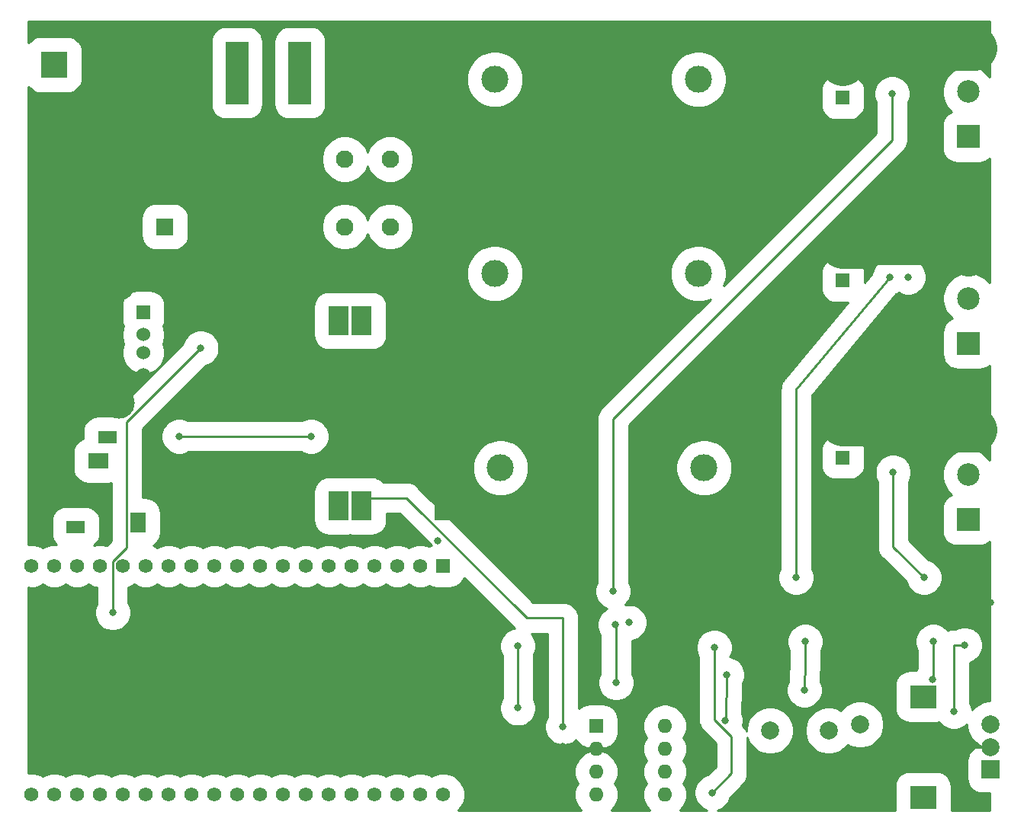
<source format=gbr>
G04 #@! TF.GenerationSoftware,KiCad,Pcbnew,5.1.6+dfsg1-1*
G04 #@! TF.CreationDate,2020-10-10T18:43:38+02:00*
G04 #@! TF.ProjectId,ledStripDriver,6c656453-7472-4697-9044-72697665722e,rev?*
G04 #@! TF.SameCoordinates,Original*
G04 #@! TF.FileFunction,Copper,L2,Bot*
G04 #@! TF.FilePolarity,Positive*
%FSLAX46Y46*%
G04 Gerber Fmt 4.6, Leading zero omitted, Abs format (unit mm)*
G04 Created by KiCad (PCBNEW 5.1.6+dfsg1-1) date 2020-10-10 18:43:38*
%MOMM*%
%LPD*%
G01*
G04 APERTURE LIST*
G04 #@! TA.AperFunction,ComponentPad*
%ADD10C,1.560000*%
G04 #@! TD*
G04 #@! TA.AperFunction,ComponentPad*
%ADD11R,1.560000X1.560000*%
G04 #@! TD*
G04 #@! TA.AperFunction,ComponentPad*
%ADD12C,1.524000*%
G04 #@! TD*
G04 #@! TA.AperFunction,ComponentPad*
%ADD13R,1.524000X1.524000*%
G04 #@! TD*
G04 #@! TA.AperFunction,ComponentPad*
%ADD14C,3.500000*%
G04 #@! TD*
G04 #@! TA.AperFunction,ComponentPad*
%ADD15R,2.500000X7.000000*%
G04 #@! TD*
G04 #@! TA.AperFunction,ComponentPad*
%ADD16C,3.000000*%
G04 #@! TD*
G04 #@! TA.AperFunction,ComponentPad*
%ADD17R,3.000000X3.000000*%
G04 #@! TD*
G04 #@! TA.AperFunction,ComponentPad*
%ADD18O,1.600000X1.600000*%
G04 #@! TD*
G04 #@! TA.AperFunction,ComponentPad*
%ADD19R,1.600000X1.600000*%
G04 #@! TD*
G04 #@! TA.AperFunction,ComponentPad*
%ADD20C,1.600000*%
G04 #@! TD*
G04 #@! TA.AperFunction,ComponentPad*
%ADD21C,2.000000*%
G04 #@! TD*
G04 #@! TA.AperFunction,ComponentPad*
%ADD22R,2.000000X2.000000*%
G04 #@! TD*
G04 #@! TA.AperFunction,ComponentPad*
%ADD23R,3.000000X2.500000*%
G04 #@! TD*
G04 #@! TA.AperFunction,ComponentPad*
%ADD24R,2.100000X1.400000*%
G04 #@! TD*
G04 #@! TA.AperFunction,ComponentPad*
%ADD25R,1.800000X2.300000*%
G04 #@! TD*
G04 #@! TA.AperFunction,ComponentPad*
%ADD26R,2.300000X1.800000*%
G04 #@! TD*
G04 #@! TA.AperFunction,ComponentPad*
%ADD27R,2.300000X3.200000*%
G04 #@! TD*
G04 #@! TA.AperFunction,ComponentPad*
%ADD28C,1.950000*%
G04 #@! TD*
G04 #@! TA.AperFunction,ComponentPad*
%ADD29R,1.950000X1.950000*%
G04 #@! TD*
G04 #@! TA.AperFunction,ComponentPad*
%ADD30C,2.500000*%
G04 #@! TD*
G04 #@! TA.AperFunction,ComponentPad*
%ADD31R,2.500000X2.500000*%
G04 #@! TD*
G04 #@! TA.AperFunction,ViaPad*
%ADD32C,0.800000*%
G04 #@! TD*
G04 #@! TA.AperFunction,Conductor*
%ADD33C,5.000000*%
G04 #@! TD*
G04 #@! TA.AperFunction,Conductor*
%ADD34C,0.250000*%
G04 #@! TD*
G04 #@! TA.AperFunction,Conductor*
%ADD35C,0.254000*%
G04 #@! TD*
G04 APERTURE END LIST*
D10*
X101980000Y-137630000D03*
X104520000Y-137630000D03*
X107060000Y-137630000D03*
X109600000Y-137630000D03*
X112140000Y-137630000D03*
X114680000Y-137630000D03*
X117220000Y-137630000D03*
X119760000Y-137630000D03*
X122300000Y-137630000D03*
X124840000Y-137630000D03*
X127380000Y-137630000D03*
X129920000Y-137630000D03*
X132460000Y-137630000D03*
X135000000Y-137630000D03*
X137540000Y-137630000D03*
X140080000Y-137630000D03*
X142620000Y-137630000D03*
X145160000Y-137630000D03*
X147700000Y-137630000D03*
X104520000Y-112230000D03*
X107060000Y-112230000D03*
X109600000Y-112230000D03*
X112140000Y-112230000D03*
X114680000Y-112230000D03*
X117220000Y-112230000D03*
X119760000Y-112230000D03*
X122300000Y-112230000D03*
X124840000Y-112230000D03*
X127380000Y-112230000D03*
X129920000Y-112230000D03*
X132460000Y-112230000D03*
X135000000Y-112230000D03*
X137540000Y-112230000D03*
X140080000Y-112230000D03*
X142620000Y-112230000D03*
X101980000Y-112230000D03*
X145160000Y-112230000D03*
D11*
X147700000Y-112230000D03*
D12*
X114400000Y-91000000D03*
X114400000Y-88500000D03*
X114400000Y-86500000D03*
D13*
X114400000Y-84000000D03*
D14*
X111690000Y-80930000D03*
X111690000Y-94070000D03*
D15*
X131800000Y-57400000D03*
X124800000Y-57400000D03*
D16*
X154075000Y-101300000D03*
X176675000Y-101300000D03*
X153440000Y-79710000D03*
X176040000Y-79710000D03*
X153440000Y-58120000D03*
X176040000Y-58120000D03*
X104500000Y-66500000D03*
D17*
X104500000Y-56500000D03*
D18*
X172320000Y-130000000D03*
X164700000Y-137620000D03*
X172320000Y-132540000D03*
X164700000Y-135080000D03*
X172320000Y-135080000D03*
X164700000Y-132540000D03*
X172320000Y-137620000D03*
D19*
X164700000Y-130000000D03*
D20*
X192075000Y-76680000D03*
D19*
X192075000Y-80480000D03*
D21*
X190500000Y-130500000D03*
X190500000Y-135000000D03*
X184000000Y-130500000D03*
X184000000Y-135000000D03*
D22*
X208500000Y-134836000D03*
D21*
X208500000Y-132336000D03*
X208500000Y-129836000D03*
D23*
X201000000Y-137936000D03*
X201000000Y-126736000D03*
D21*
X194000000Y-134836000D03*
X194000000Y-129836000D03*
D24*
X110400000Y-97900000D03*
X106900000Y-107900000D03*
D25*
X113800000Y-107400000D03*
D26*
X109400000Y-100500000D03*
D25*
X102500000Y-103100000D03*
D20*
X192075000Y-96365000D03*
D19*
X192075000Y-100165000D03*
D20*
X192075000Y-56360000D03*
D19*
X192075000Y-60160000D03*
D27*
X138650000Y-84950000D03*
X136110000Y-84950000D03*
X150390000Y-105550000D03*
X147850000Y-84950000D03*
X136110000Y-105550000D03*
X138650000Y-105550000D03*
X150390000Y-84950000D03*
X147850000Y-105550000D03*
D28*
X141800000Y-74500000D03*
X136800000Y-74500000D03*
X136800000Y-67000000D03*
X141800000Y-67000000D03*
D29*
X116800000Y-74500000D03*
D28*
X116800000Y-67000000D03*
D30*
X206000000Y-97070000D03*
X206000000Y-102070000D03*
D31*
X206000000Y-107070000D03*
D30*
X206045000Y-77465000D03*
X206045000Y-82465000D03*
D31*
X206045000Y-87465000D03*
D30*
X206000000Y-54500000D03*
X206000000Y-59500000D03*
D31*
X206000000Y-64500000D03*
D32*
X131400000Y-106400000D03*
X160000000Y-137800000D03*
X120800000Y-88000000D03*
X142200000Y-109200000D03*
X131800000Y-95600000D03*
X131400000Y-87800000D03*
X161000000Y-132300000D03*
X177600000Y-133900000D03*
X208475000Y-116275000D03*
X147050000Y-109450000D03*
X161000000Y-130100000D03*
X166900000Y-125200000D03*
X166800000Y-118764010D03*
X168310000Y-118514000D03*
X199350000Y-80100000D03*
X187893000Y-120612000D03*
X187800000Y-126000000D03*
X202117000Y-120612000D03*
X202000000Y-124800000D03*
X111000000Y-117400000D03*
X156000000Y-128000000D03*
X156000000Y-121100000D03*
X179000000Y-129400000D03*
X179200000Y-124300000D03*
X118400000Y-97800000D03*
X133000000Y-97800000D03*
X166548000Y-115024000D03*
X197550000Y-59700000D03*
X186900000Y-113499999D03*
X197300000Y-80100000D03*
X201092000Y-113500000D03*
X197675000Y-101800000D03*
X177600000Y-137400000D03*
X177800000Y-121275000D03*
X205587500Y-120987500D03*
X204400000Y-128400000D03*
D33*
X204207233Y-96364999D02*
X192075000Y-96364999D01*
X206680000Y-97070000D02*
X204912234Y-97070000D01*
X204912234Y-97070000D02*
X204207233Y-96364999D01*
X193829999Y-54605000D02*
X192075000Y-56359999D01*
X206680000Y-54605000D02*
X193829999Y-54605000D01*
X194478001Y-76679999D02*
X192075000Y-76679999D01*
X194942999Y-76215001D02*
X194478001Y-76679999D01*
X206045000Y-77465000D02*
X204795001Y-76215001D01*
X204795001Y-76215001D02*
X194942999Y-76215001D01*
D34*
X194000000Y-133912000D02*
X194000000Y-134836000D01*
X208500000Y-132336000D02*
X196500000Y-132336000D01*
X196500000Y-132336000D02*
X194000000Y-134836000D01*
X150390000Y-85850000D02*
X147850000Y-85850000D01*
X150390000Y-104650000D02*
X147850000Y-104650000D01*
X143624999Y-104650000D02*
X138650000Y-104650000D01*
X161000000Y-118000000D02*
X156974999Y-118000000D01*
X156974999Y-118000000D02*
X143624999Y-104650000D01*
X161000000Y-130100000D02*
X161000000Y-118000000D01*
X166900000Y-118864010D02*
X166800000Y-118764010D01*
X166900000Y-125200000D02*
X166900000Y-118864010D01*
X187893000Y-122718000D02*
X187893000Y-120612000D01*
X187800000Y-126000000D02*
X187893000Y-122718000D01*
X202117000Y-120612000D02*
X202117000Y-124683000D01*
X202117000Y-124683000D02*
X202000000Y-124800000D01*
X112574999Y-110159599D02*
X111000000Y-111734598D01*
X112574999Y-96225001D02*
X112574999Y-110159599D01*
X120800000Y-88000000D02*
X112574999Y-96225001D01*
X111000000Y-111734598D02*
X111000000Y-117400000D01*
X204912234Y-59605000D02*
X206680000Y-59605000D01*
X156000000Y-128000000D02*
X156000000Y-121100000D01*
X179100000Y-129300000D02*
X179000000Y-129400000D01*
X179200000Y-124300000D02*
X179100000Y-129300000D01*
X118400000Y-97800000D02*
X133000000Y-97800000D01*
X197550000Y-64850000D02*
X197550000Y-59700000D01*
X166548000Y-95852000D02*
X197550000Y-64850000D01*
X166548000Y-115024000D02*
X166548000Y-95852000D01*
X186900000Y-92575000D02*
X186900000Y-113499999D01*
X197300000Y-80100000D02*
X186900000Y-92575000D01*
X197675000Y-110083000D02*
X201092000Y-113500000D01*
X197675000Y-101800000D02*
X197675000Y-110083000D01*
X179725001Y-131198003D02*
X177800000Y-129273002D01*
X179725001Y-135274999D02*
X179725001Y-131198003D01*
X177600000Y-137400000D02*
X179725001Y-135274999D01*
X177800000Y-129273002D02*
X177800000Y-121275000D01*
X205587500Y-120987500D02*
X204412500Y-120987500D01*
X204412500Y-120987500D02*
X204400000Y-121000000D01*
X204400000Y-121000000D02*
X204400000Y-128400000D01*
D35*
G36*
X208348001Y-57835568D02*
G01*
X208234712Y-57666019D01*
X207833981Y-57265288D01*
X207362771Y-56950435D01*
X206839190Y-56733561D01*
X206283360Y-56623000D01*
X205716640Y-56623000D01*
X205160810Y-56733561D01*
X204637229Y-56950435D01*
X204166019Y-57265288D01*
X203765288Y-57666019D01*
X203450435Y-58137229D01*
X203233561Y-58660810D01*
X203123000Y-59216640D01*
X203123000Y-59783360D01*
X203233561Y-60339190D01*
X203450435Y-60862771D01*
X203765288Y-61333981D01*
X204160055Y-61728748D01*
X204124362Y-61739575D01*
X203841714Y-61890654D01*
X203593971Y-62093971D01*
X203390654Y-62341714D01*
X203239575Y-62624362D01*
X203146542Y-62931052D01*
X203115128Y-63250000D01*
X203115128Y-65750000D01*
X203146542Y-66068948D01*
X203239575Y-66375638D01*
X203390654Y-66658286D01*
X203593971Y-66906029D01*
X203841714Y-67109346D01*
X204124362Y-67260425D01*
X204431052Y-67353458D01*
X204750000Y-67384872D01*
X207250000Y-67384872D01*
X207568948Y-67353458D01*
X207875638Y-67260425D01*
X208158286Y-67109346D01*
X208348001Y-66953651D01*
X208348001Y-80733220D01*
X208279712Y-80631019D01*
X207878981Y-80230288D01*
X207407771Y-79915435D01*
X206884190Y-79698561D01*
X206328360Y-79588000D01*
X205761640Y-79588000D01*
X205205810Y-79698561D01*
X204682229Y-79915435D01*
X204211019Y-80230288D01*
X203810288Y-80631019D01*
X203495435Y-81102229D01*
X203278561Y-81625810D01*
X203168000Y-82181640D01*
X203168000Y-82748360D01*
X203278561Y-83304190D01*
X203495435Y-83827771D01*
X203810288Y-84298981D01*
X204205055Y-84693748D01*
X204169362Y-84704575D01*
X203886714Y-84855654D01*
X203638971Y-85058971D01*
X203435654Y-85306714D01*
X203284575Y-85589362D01*
X203191542Y-85896052D01*
X203160128Y-86215000D01*
X203160128Y-88715000D01*
X203191542Y-89033948D01*
X203284575Y-89340638D01*
X203435654Y-89623286D01*
X203638971Y-89871029D01*
X203886714Y-90074346D01*
X204169362Y-90225425D01*
X204476052Y-90318458D01*
X204795000Y-90349872D01*
X207295000Y-90349872D01*
X207613948Y-90318458D01*
X207920638Y-90225425D01*
X208203286Y-90074346D01*
X208348001Y-89955582D01*
X208348000Y-100405567D01*
X208234712Y-100236019D01*
X207833981Y-99835288D01*
X207362771Y-99520435D01*
X206839190Y-99303561D01*
X206283360Y-99193000D01*
X205716640Y-99193000D01*
X205160810Y-99303561D01*
X204637229Y-99520435D01*
X204166019Y-99835288D01*
X203765288Y-100236019D01*
X203450435Y-100707229D01*
X203233561Y-101230810D01*
X203123000Y-101786640D01*
X203123000Y-102353360D01*
X203233561Y-102909190D01*
X203450435Y-103432771D01*
X203765288Y-103903981D01*
X204160055Y-104298748D01*
X204124362Y-104309575D01*
X203841714Y-104460654D01*
X203593971Y-104663971D01*
X203390654Y-104911714D01*
X203239575Y-105194362D01*
X203146542Y-105501052D01*
X203115128Y-105820000D01*
X203115128Y-108320000D01*
X203146542Y-108638948D01*
X203239575Y-108945638D01*
X203390654Y-109228286D01*
X203593971Y-109476029D01*
X203841714Y-109679346D01*
X204124362Y-109830425D01*
X204431052Y-109923458D01*
X204750000Y-109954872D01*
X207250000Y-109954872D01*
X207568948Y-109923458D01*
X207875638Y-109830425D01*
X208158286Y-109679346D01*
X208348000Y-109523652D01*
X208348000Y-127209000D01*
X208241263Y-127209000D01*
X207733732Y-127309954D01*
X207255649Y-127507983D01*
X206825385Y-127795476D01*
X206459476Y-128161385D01*
X206427000Y-128209989D01*
X206427000Y-128200358D01*
X206349104Y-127808746D01*
X206196304Y-127439855D01*
X206152000Y-127373549D01*
X206152000Y-122941926D01*
X206178754Y-122936604D01*
X206547645Y-122783804D01*
X206879637Y-122561974D01*
X207161974Y-122279637D01*
X207383804Y-121947645D01*
X207536604Y-121578754D01*
X207614500Y-121187142D01*
X207614500Y-120787858D01*
X207536604Y-120396246D01*
X207383804Y-120027355D01*
X207161974Y-119695363D01*
X206879637Y-119413026D01*
X206547645Y-119191196D01*
X206178754Y-119038396D01*
X205787142Y-118960500D01*
X205387858Y-118960500D01*
X204996246Y-119038396D01*
X204627355Y-119191196D01*
X204561049Y-119235500D01*
X204498561Y-119235500D01*
X204412500Y-119227024D01*
X204326439Y-119235500D01*
X204326431Y-119235500D01*
X204069048Y-119260850D01*
X203738795Y-119361031D01*
X203724196Y-119368834D01*
X203691474Y-119319863D01*
X203409137Y-119037526D01*
X203077145Y-118815696D01*
X202708254Y-118662896D01*
X202316642Y-118585000D01*
X201917358Y-118585000D01*
X201525746Y-118662896D01*
X201156855Y-118815696D01*
X200824863Y-119037526D01*
X200542526Y-119319863D01*
X200320696Y-119651855D01*
X200167896Y-120020746D01*
X200090000Y-120412358D01*
X200090000Y-120811642D01*
X200167896Y-121203254D01*
X200320696Y-121572145D01*
X200365000Y-121638451D01*
X200365001Y-123598445D01*
X200203696Y-123839855D01*
X200199027Y-123851128D01*
X199500000Y-123851128D01*
X199181052Y-123882542D01*
X198874362Y-123975575D01*
X198591714Y-124126654D01*
X198343971Y-124329971D01*
X198140654Y-124577714D01*
X197989575Y-124860362D01*
X197896542Y-125167052D01*
X197865128Y-125486000D01*
X197865128Y-127986000D01*
X197896542Y-128304948D01*
X197989575Y-128611638D01*
X198140654Y-128894286D01*
X198343971Y-129142029D01*
X198591714Y-129345346D01*
X198874362Y-129496425D01*
X199181052Y-129589458D01*
X199500000Y-129620872D01*
X202500000Y-129620872D01*
X202760748Y-129595190D01*
X202825526Y-129692137D01*
X203107863Y-129974474D01*
X203439855Y-130196304D01*
X203808746Y-130349104D01*
X204200358Y-130427000D01*
X204599642Y-130427000D01*
X204991254Y-130349104D01*
X205360145Y-130196304D01*
X205692137Y-129974474D01*
X205873000Y-129793611D01*
X205873000Y-130094737D01*
X205973954Y-130602268D01*
X206171983Y-131080351D01*
X206459476Y-131510615D01*
X206825385Y-131876524D01*
X207255649Y-132164017D01*
X207374972Y-132213442D01*
X207181052Y-132232542D01*
X206874362Y-132325575D01*
X206591714Y-132476654D01*
X206343971Y-132679971D01*
X206140654Y-132927714D01*
X205989575Y-133210362D01*
X205896542Y-133517052D01*
X205865128Y-133836000D01*
X205865128Y-135836000D01*
X205896542Y-136154948D01*
X205989575Y-136461638D01*
X206140654Y-136744286D01*
X206343971Y-136992029D01*
X206591714Y-137195346D01*
X206874362Y-137346425D01*
X207181052Y-137439458D01*
X207500000Y-137470872D01*
X208348000Y-137470872D01*
X208348000Y-139348000D01*
X204118916Y-139348000D01*
X204134872Y-139186000D01*
X204134872Y-136686000D01*
X204103458Y-136367052D01*
X204010425Y-136060362D01*
X203859346Y-135777714D01*
X203656029Y-135529971D01*
X203408286Y-135326654D01*
X203125638Y-135175575D01*
X202818948Y-135082542D01*
X202500000Y-135051128D01*
X199500000Y-135051128D01*
X199181052Y-135082542D01*
X198874362Y-135175575D01*
X198591714Y-135326654D01*
X198343971Y-135529971D01*
X198140654Y-135777714D01*
X197989575Y-136060362D01*
X197896542Y-136367052D01*
X197865128Y-136686000D01*
X197865128Y-139186000D01*
X197881084Y-139348000D01*
X178193919Y-139348000D01*
X178560145Y-139196304D01*
X178892137Y-138974474D01*
X179174474Y-138692137D01*
X179396304Y-138360145D01*
X179549104Y-137991254D01*
X179564662Y-137913040D01*
X180902994Y-136574708D01*
X180969846Y-136519844D01*
X181188784Y-136253068D01*
X181351470Y-135948704D01*
X181451651Y-135618451D01*
X181477001Y-135361068D01*
X181477001Y-135361058D01*
X181485477Y-135275000D01*
X181477001Y-135188942D01*
X181477001Y-131284072D01*
X181477832Y-131275631D01*
X181671983Y-131744351D01*
X181959476Y-132174615D01*
X182325385Y-132540524D01*
X182755649Y-132828017D01*
X183233732Y-133026046D01*
X183741263Y-133127000D01*
X184258737Y-133127000D01*
X184766268Y-133026046D01*
X185244351Y-132828017D01*
X185674615Y-132540524D01*
X186040524Y-132174615D01*
X186328017Y-131744351D01*
X186526046Y-131266268D01*
X186627000Y-130758737D01*
X186627000Y-130241263D01*
X187873000Y-130241263D01*
X187873000Y-130758737D01*
X187973954Y-131266268D01*
X188171983Y-131744351D01*
X188459476Y-132174615D01*
X188825385Y-132540524D01*
X189255649Y-132828017D01*
X189733732Y-133026046D01*
X190241263Y-133127000D01*
X190758737Y-133127000D01*
X191266268Y-133026046D01*
X191744351Y-132828017D01*
X192174615Y-132540524D01*
X192540524Y-132174615D01*
X192611820Y-132067913D01*
X192755649Y-132164017D01*
X193233732Y-132362046D01*
X193741263Y-132463000D01*
X194258737Y-132463000D01*
X194766268Y-132362046D01*
X195244351Y-132164017D01*
X195674615Y-131876524D01*
X196040524Y-131510615D01*
X196328017Y-131080351D01*
X196526046Y-130602268D01*
X196627000Y-130094737D01*
X196627000Y-129577263D01*
X196526046Y-129069732D01*
X196328017Y-128591649D01*
X196040524Y-128161385D01*
X195674615Y-127795476D01*
X195244351Y-127507983D01*
X194766268Y-127309954D01*
X194258737Y-127209000D01*
X193741263Y-127209000D01*
X193233732Y-127309954D01*
X192755649Y-127507983D01*
X192325385Y-127795476D01*
X191959476Y-128161385D01*
X191888180Y-128268087D01*
X191744351Y-128171983D01*
X191266268Y-127973954D01*
X190758737Y-127873000D01*
X190241263Y-127873000D01*
X189733732Y-127973954D01*
X189255649Y-128171983D01*
X188825385Y-128459476D01*
X188459476Y-128825385D01*
X188171983Y-129255649D01*
X187973954Y-129733732D01*
X187873000Y-130241263D01*
X186627000Y-130241263D01*
X186526046Y-129733732D01*
X186328017Y-129255649D01*
X186040524Y-128825385D01*
X185674615Y-128459476D01*
X185244351Y-128171983D01*
X184766268Y-127973954D01*
X184258737Y-127873000D01*
X183741263Y-127873000D01*
X183233732Y-127973954D01*
X182755649Y-128171983D01*
X182325385Y-128459476D01*
X181959476Y-128825385D01*
X181671983Y-129255649D01*
X181473954Y-129733732D01*
X181373000Y-130241263D01*
X181373000Y-130595273D01*
X181351470Y-130524298D01*
X181188784Y-130219934D01*
X180969846Y-129953158D01*
X180958529Y-129943870D01*
X181027000Y-129599642D01*
X181027000Y-129200358D01*
X180949104Y-128808746D01*
X180866179Y-128608547D01*
X180922342Y-125800358D01*
X185773000Y-125800358D01*
X185773000Y-126199642D01*
X185850896Y-126591254D01*
X186003696Y-126960145D01*
X186225526Y-127292137D01*
X186507863Y-127574474D01*
X186839855Y-127796304D01*
X187208746Y-127949104D01*
X187600358Y-128027000D01*
X187999642Y-128027000D01*
X188391254Y-127949104D01*
X188760145Y-127796304D01*
X189092137Y-127574474D01*
X189374474Y-127292137D01*
X189596304Y-126960145D01*
X189749104Y-126591254D01*
X189827000Y-126199642D01*
X189827000Y-125800358D01*
X189749104Y-125408746D01*
X189596304Y-125039855D01*
X189580577Y-125016318D01*
X189642562Y-122828822D01*
X189645000Y-122804069D01*
X189645000Y-122742786D01*
X189646734Y-122681592D01*
X189645000Y-122656806D01*
X189645000Y-121638451D01*
X189689304Y-121572145D01*
X189842104Y-121203254D01*
X189920000Y-120811642D01*
X189920000Y-120412358D01*
X189842104Y-120020746D01*
X189689304Y-119651855D01*
X189467474Y-119319863D01*
X189185137Y-119037526D01*
X188853145Y-118815696D01*
X188484254Y-118662896D01*
X188092642Y-118585000D01*
X187693358Y-118585000D01*
X187301746Y-118662896D01*
X186932855Y-118815696D01*
X186600863Y-119037526D01*
X186318526Y-119319863D01*
X186096696Y-119651855D01*
X185943896Y-120020746D01*
X185866000Y-120412358D01*
X185866000Y-120811642D01*
X185943896Y-121203254D01*
X186096696Y-121572145D01*
X186141001Y-121638451D01*
X186141000Y-122693187D01*
X186077640Y-124929189D01*
X186003696Y-125039855D01*
X185850896Y-125408746D01*
X185773000Y-125800358D01*
X180922342Y-125800358D01*
X180931198Y-125357583D01*
X180996304Y-125260145D01*
X181149104Y-124891254D01*
X181227000Y-124499642D01*
X181227000Y-124100358D01*
X181149104Y-123708746D01*
X180996304Y-123339855D01*
X180774474Y-123007863D01*
X180492137Y-122725526D01*
X180160145Y-122503696D01*
X179791254Y-122350896D01*
X179552000Y-122303306D01*
X179552000Y-122301451D01*
X179596304Y-122235145D01*
X179749104Y-121866254D01*
X179827000Y-121474642D01*
X179827000Y-121075358D01*
X179749104Y-120683746D01*
X179596304Y-120314855D01*
X179374474Y-119982863D01*
X179092137Y-119700526D01*
X178760145Y-119478696D01*
X178391254Y-119325896D01*
X177999642Y-119248000D01*
X177600358Y-119248000D01*
X177208746Y-119325896D01*
X176839855Y-119478696D01*
X176507863Y-119700526D01*
X176225526Y-119982863D01*
X176003696Y-120314855D01*
X175850896Y-120683746D01*
X175773000Y-121075358D01*
X175773000Y-121474642D01*
X175850896Y-121866254D01*
X176003696Y-122235145D01*
X176048001Y-122301452D01*
X176048000Y-129186941D01*
X176039524Y-129273002D01*
X176048000Y-129359063D01*
X176048000Y-129359070D01*
X176073350Y-129616453D01*
X176173531Y-129946706D01*
X176329786Y-130239039D01*
X176336217Y-130251070D01*
X176494101Y-130443452D01*
X176555155Y-130517847D01*
X176622008Y-130572712D01*
X177973002Y-131923706D01*
X177973001Y-134549297D01*
X177086960Y-135435338D01*
X177008746Y-135450896D01*
X176639855Y-135603696D01*
X176307863Y-135825526D01*
X176025526Y-136107863D01*
X175803696Y-136439855D01*
X175650896Y-136808746D01*
X175573000Y-137200358D01*
X175573000Y-137599642D01*
X175650896Y-137991254D01*
X175803696Y-138360145D01*
X176025526Y-138692137D01*
X176307863Y-138974474D01*
X176639855Y-139196304D01*
X177006081Y-139348000D01*
X174024296Y-139348000D01*
X174205174Y-139167122D01*
X174470779Y-138769615D01*
X174653732Y-138327930D01*
X174747000Y-137859039D01*
X174747000Y-137380961D01*
X174653732Y-136912070D01*
X174470779Y-136470385D01*
X174390341Y-136350000D01*
X174470779Y-136229615D01*
X174653732Y-135787930D01*
X174747000Y-135319039D01*
X174747000Y-134840961D01*
X174653732Y-134372070D01*
X174470779Y-133930385D01*
X174390341Y-133810000D01*
X174470779Y-133689615D01*
X174653732Y-133247930D01*
X174747000Y-132779039D01*
X174747000Y-132300961D01*
X174653732Y-131832070D01*
X174470779Y-131390385D01*
X174390341Y-131270000D01*
X174470779Y-131149615D01*
X174653732Y-130707930D01*
X174747000Y-130239039D01*
X174747000Y-129760961D01*
X174653732Y-129292070D01*
X174470779Y-128850385D01*
X174205174Y-128452878D01*
X173867122Y-128114826D01*
X173469615Y-127849221D01*
X173027930Y-127666268D01*
X172559039Y-127573000D01*
X172080961Y-127573000D01*
X171612070Y-127666268D01*
X171170385Y-127849221D01*
X170772878Y-128114826D01*
X170434826Y-128452878D01*
X170169221Y-128850385D01*
X169986268Y-129292070D01*
X169893000Y-129760961D01*
X169893000Y-130239039D01*
X169986268Y-130707930D01*
X170169221Y-131149615D01*
X170249659Y-131270000D01*
X170169221Y-131390385D01*
X169986268Y-131832070D01*
X169893000Y-132300961D01*
X169893000Y-132779039D01*
X169986268Y-133247930D01*
X170169221Y-133689615D01*
X170249659Y-133810000D01*
X170169221Y-133930385D01*
X169986268Y-134372070D01*
X169893000Y-134840961D01*
X169893000Y-135319039D01*
X169986268Y-135787930D01*
X170169221Y-136229615D01*
X170249659Y-136350000D01*
X170169221Y-136470385D01*
X169986268Y-136912070D01*
X169893000Y-137380961D01*
X169893000Y-137859039D01*
X169986268Y-138327930D01*
X170169221Y-138769615D01*
X170434826Y-139167122D01*
X170615704Y-139348000D01*
X166404296Y-139348000D01*
X166585174Y-139167122D01*
X166850779Y-138769615D01*
X167033732Y-138327930D01*
X167127000Y-137859039D01*
X167127000Y-137380961D01*
X167033732Y-136912070D01*
X166850779Y-136470385D01*
X166770341Y-136350000D01*
X166850779Y-136229615D01*
X167033732Y-135787930D01*
X167127000Y-135319039D01*
X167127000Y-134840961D01*
X167033732Y-134372070D01*
X166850779Y-133930385D01*
X166585174Y-133532878D01*
X166247122Y-133194826D01*
X165849615Y-132929221D01*
X165407930Y-132746268D01*
X164939039Y-132653000D01*
X164460961Y-132653000D01*
X163992070Y-132746268D01*
X163550385Y-132929221D01*
X163152878Y-133194826D01*
X162814826Y-133532878D01*
X162549221Y-133930385D01*
X162366268Y-134372070D01*
X162273000Y-134840961D01*
X162273000Y-135319039D01*
X162366268Y-135787930D01*
X162549221Y-136229615D01*
X162629659Y-136350000D01*
X162549221Y-136470385D01*
X162366268Y-136912070D01*
X162273000Y-137380961D01*
X162273000Y-137859039D01*
X162366268Y-138327930D01*
X162549221Y-138769615D01*
X162814826Y-139167122D01*
X162995704Y-139348000D01*
X149386012Y-139348000D01*
X149569639Y-139164373D01*
X149833055Y-138770142D01*
X150014500Y-138332096D01*
X150107000Y-137867069D01*
X150107000Y-137392931D01*
X150014500Y-136927904D01*
X149833055Y-136489858D01*
X149569639Y-136095627D01*
X149234373Y-135760361D01*
X148840142Y-135496945D01*
X148402096Y-135315500D01*
X147937069Y-135223000D01*
X147462931Y-135223000D01*
X146997904Y-135315500D01*
X146559858Y-135496945D01*
X146430000Y-135583713D01*
X146300142Y-135496945D01*
X145862096Y-135315500D01*
X145397069Y-135223000D01*
X144922931Y-135223000D01*
X144457904Y-135315500D01*
X144019858Y-135496945D01*
X143890000Y-135583713D01*
X143760142Y-135496945D01*
X143322096Y-135315500D01*
X142857069Y-135223000D01*
X142382931Y-135223000D01*
X141917904Y-135315500D01*
X141479858Y-135496945D01*
X141350000Y-135583713D01*
X141220142Y-135496945D01*
X140782096Y-135315500D01*
X140317069Y-135223000D01*
X139842931Y-135223000D01*
X139377904Y-135315500D01*
X138939858Y-135496945D01*
X138810000Y-135583713D01*
X138680142Y-135496945D01*
X138242096Y-135315500D01*
X137777069Y-135223000D01*
X137302931Y-135223000D01*
X136837904Y-135315500D01*
X136399858Y-135496945D01*
X136270000Y-135583713D01*
X136140142Y-135496945D01*
X135702096Y-135315500D01*
X135237069Y-135223000D01*
X134762931Y-135223000D01*
X134297904Y-135315500D01*
X133859858Y-135496945D01*
X133730000Y-135583713D01*
X133600142Y-135496945D01*
X133162096Y-135315500D01*
X132697069Y-135223000D01*
X132222931Y-135223000D01*
X131757904Y-135315500D01*
X131319858Y-135496945D01*
X131190000Y-135583713D01*
X131060142Y-135496945D01*
X130622096Y-135315500D01*
X130157069Y-135223000D01*
X129682931Y-135223000D01*
X129217904Y-135315500D01*
X128779858Y-135496945D01*
X128650000Y-135583713D01*
X128520142Y-135496945D01*
X128082096Y-135315500D01*
X127617069Y-135223000D01*
X127142931Y-135223000D01*
X126677904Y-135315500D01*
X126239858Y-135496945D01*
X126110000Y-135583713D01*
X125980142Y-135496945D01*
X125542096Y-135315500D01*
X125077069Y-135223000D01*
X124602931Y-135223000D01*
X124137904Y-135315500D01*
X123699858Y-135496945D01*
X123570000Y-135583713D01*
X123440142Y-135496945D01*
X123002096Y-135315500D01*
X122537069Y-135223000D01*
X122062931Y-135223000D01*
X121597904Y-135315500D01*
X121159858Y-135496945D01*
X121030000Y-135583713D01*
X120900142Y-135496945D01*
X120462096Y-135315500D01*
X119997069Y-135223000D01*
X119522931Y-135223000D01*
X119057904Y-135315500D01*
X118619858Y-135496945D01*
X118490000Y-135583713D01*
X118360142Y-135496945D01*
X117922096Y-135315500D01*
X117457069Y-135223000D01*
X116982931Y-135223000D01*
X116517904Y-135315500D01*
X116079858Y-135496945D01*
X115950000Y-135583713D01*
X115820142Y-135496945D01*
X115382096Y-135315500D01*
X114917069Y-135223000D01*
X114442931Y-135223000D01*
X113977904Y-135315500D01*
X113539858Y-135496945D01*
X113410000Y-135583713D01*
X113280142Y-135496945D01*
X112842096Y-135315500D01*
X112377069Y-135223000D01*
X111902931Y-135223000D01*
X111437904Y-135315500D01*
X110999858Y-135496945D01*
X110870000Y-135583713D01*
X110740142Y-135496945D01*
X110302096Y-135315500D01*
X109837069Y-135223000D01*
X109362931Y-135223000D01*
X108897904Y-135315500D01*
X108459858Y-135496945D01*
X108330000Y-135583713D01*
X108200142Y-135496945D01*
X107762096Y-135315500D01*
X107297069Y-135223000D01*
X106822931Y-135223000D01*
X106357904Y-135315500D01*
X105919858Y-135496945D01*
X105790000Y-135583713D01*
X105660142Y-135496945D01*
X105222096Y-135315500D01*
X104757069Y-135223000D01*
X104282931Y-135223000D01*
X103817904Y-135315500D01*
X103379858Y-135496945D01*
X103250000Y-135583713D01*
X103120142Y-135496945D01*
X102682096Y-135315500D01*
X102217069Y-135223000D01*
X101742931Y-135223000D01*
X101652000Y-135241087D01*
X101652000Y-114618913D01*
X101742931Y-114637000D01*
X102217069Y-114637000D01*
X102682096Y-114544500D01*
X103120142Y-114363055D01*
X103250000Y-114276287D01*
X103379858Y-114363055D01*
X103817904Y-114544500D01*
X104282931Y-114637000D01*
X104757069Y-114637000D01*
X105222096Y-114544500D01*
X105660142Y-114363055D01*
X105790000Y-114276287D01*
X105919858Y-114363055D01*
X106357904Y-114544500D01*
X106822931Y-114637000D01*
X107297069Y-114637000D01*
X107762096Y-114544500D01*
X108200142Y-114363055D01*
X108330000Y-114276287D01*
X108459858Y-114363055D01*
X108897904Y-114544500D01*
X109248001Y-114614139D01*
X109248001Y-116373548D01*
X109203696Y-116439855D01*
X109050896Y-116808746D01*
X108973000Y-117200358D01*
X108973000Y-117599642D01*
X109050896Y-117991254D01*
X109203696Y-118360145D01*
X109425526Y-118692137D01*
X109707863Y-118974474D01*
X110039855Y-119196304D01*
X110408746Y-119349104D01*
X110800358Y-119427000D01*
X111199642Y-119427000D01*
X111591254Y-119349104D01*
X111960145Y-119196304D01*
X112292137Y-118974474D01*
X112574474Y-118692137D01*
X112796304Y-118360145D01*
X112949104Y-117991254D01*
X113027000Y-117599642D01*
X113027000Y-117200358D01*
X112949104Y-116808746D01*
X112796304Y-116439855D01*
X112752000Y-116373549D01*
X112752000Y-114562421D01*
X112842096Y-114544500D01*
X113280142Y-114363055D01*
X113410000Y-114276287D01*
X113539858Y-114363055D01*
X113977904Y-114544500D01*
X114442931Y-114637000D01*
X114917069Y-114637000D01*
X115382096Y-114544500D01*
X115820142Y-114363055D01*
X115950000Y-114276287D01*
X116079858Y-114363055D01*
X116517904Y-114544500D01*
X116982931Y-114637000D01*
X117457069Y-114637000D01*
X117922096Y-114544500D01*
X118360142Y-114363055D01*
X118490000Y-114276287D01*
X118619858Y-114363055D01*
X119057904Y-114544500D01*
X119522931Y-114637000D01*
X119997069Y-114637000D01*
X120462096Y-114544500D01*
X120900142Y-114363055D01*
X121030000Y-114276287D01*
X121159858Y-114363055D01*
X121597904Y-114544500D01*
X122062931Y-114637000D01*
X122537069Y-114637000D01*
X123002096Y-114544500D01*
X123440142Y-114363055D01*
X123570000Y-114276287D01*
X123699858Y-114363055D01*
X124137904Y-114544500D01*
X124602931Y-114637000D01*
X125077069Y-114637000D01*
X125542096Y-114544500D01*
X125980142Y-114363055D01*
X126110000Y-114276287D01*
X126239858Y-114363055D01*
X126677904Y-114544500D01*
X127142931Y-114637000D01*
X127617069Y-114637000D01*
X128082096Y-114544500D01*
X128520142Y-114363055D01*
X128650000Y-114276287D01*
X128779858Y-114363055D01*
X129217904Y-114544500D01*
X129682931Y-114637000D01*
X130157069Y-114637000D01*
X130622096Y-114544500D01*
X131060142Y-114363055D01*
X131190000Y-114276287D01*
X131319858Y-114363055D01*
X131757904Y-114544500D01*
X132222931Y-114637000D01*
X132697069Y-114637000D01*
X133162096Y-114544500D01*
X133600142Y-114363055D01*
X133730000Y-114276287D01*
X133859858Y-114363055D01*
X134297904Y-114544500D01*
X134762931Y-114637000D01*
X135237069Y-114637000D01*
X135702096Y-114544500D01*
X136140142Y-114363055D01*
X136270000Y-114276287D01*
X136399858Y-114363055D01*
X136837904Y-114544500D01*
X137302931Y-114637000D01*
X137777069Y-114637000D01*
X138242096Y-114544500D01*
X138680142Y-114363055D01*
X138810000Y-114276287D01*
X138939858Y-114363055D01*
X139377904Y-114544500D01*
X139842931Y-114637000D01*
X140317069Y-114637000D01*
X140782096Y-114544500D01*
X141220142Y-114363055D01*
X141350000Y-114276287D01*
X141479858Y-114363055D01*
X141917904Y-114544500D01*
X142382931Y-114637000D01*
X142857069Y-114637000D01*
X143322096Y-114544500D01*
X143760142Y-114363055D01*
X143890000Y-114276287D01*
X144019858Y-114363055D01*
X144457904Y-114544500D01*
X144922931Y-114637000D01*
X145397069Y-114637000D01*
X145862096Y-114544500D01*
X146131011Y-114433112D01*
X146294362Y-114520425D01*
X146601052Y-114613458D01*
X146920000Y-114644872D01*
X148480000Y-114644872D01*
X148798948Y-114613458D01*
X149105638Y-114520425D01*
X149388286Y-114369346D01*
X149636029Y-114166029D01*
X149839346Y-113918286D01*
X149990425Y-113635638D01*
X150023593Y-113526297D01*
X155608466Y-119111170D01*
X155408746Y-119150896D01*
X155039855Y-119303696D01*
X154707863Y-119525526D01*
X154425526Y-119807863D01*
X154203696Y-120139855D01*
X154050896Y-120508746D01*
X153973000Y-120900358D01*
X153973000Y-121299642D01*
X154050896Y-121691254D01*
X154203696Y-122060145D01*
X154248001Y-122126452D01*
X154248000Y-126973549D01*
X154203696Y-127039855D01*
X154050896Y-127408746D01*
X153973000Y-127800358D01*
X153973000Y-128199642D01*
X154050896Y-128591254D01*
X154203696Y-128960145D01*
X154425526Y-129292137D01*
X154707863Y-129574474D01*
X155039855Y-129796304D01*
X155408746Y-129949104D01*
X155800358Y-130027000D01*
X156199642Y-130027000D01*
X156591254Y-129949104D01*
X156960145Y-129796304D01*
X157292137Y-129574474D01*
X157574474Y-129292137D01*
X157796304Y-128960145D01*
X157949104Y-128591254D01*
X158027000Y-128199642D01*
X158027000Y-127800358D01*
X157949104Y-127408746D01*
X157796304Y-127039855D01*
X157752000Y-126973549D01*
X157752000Y-122126451D01*
X157796304Y-122060145D01*
X157949104Y-121691254D01*
X158027000Y-121299642D01*
X158027000Y-120900358D01*
X157949104Y-120508746D01*
X157796304Y-120139855D01*
X157574474Y-119807863D01*
X157518611Y-119752000D01*
X159248001Y-119752000D01*
X159248000Y-129073549D01*
X159203696Y-129139855D01*
X159050896Y-129508746D01*
X158973000Y-129900358D01*
X158973000Y-130299642D01*
X159050896Y-130691254D01*
X159203696Y-131060145D01*
X159425526Y-131392137D01*
X159707863Y-131674474D01*
X160039855Y-131896304D01*
X160408746Y-132049104D01*
X160800358Y-132127000D01*
X161199642Y-132127000D01*
X161591254Y-132049104D01*
X161960145Y-131896304D01*
X162292137Y-131674474D01*
X162442311Y-131524300D01*
X162540654Y-131708286D01*
X162743971Y-131956029D01*
X162991714Y-132159346D01*
X163274362Y-132310425D01*
X163581052Y-132403458D01*
X163900000Y-132434872D01*
X165500000Y-132434872D01*
X165818948Y-132403458D01*
X166125638Y-132310425D01*
X166408286Y-132159346D01*
X166656029Y-131956029D01*
X166859346Y-131708286D01*
X167010425Y-131425638D01*
X167103458Y-131118948D01*
X167134872Y-130800000D01*
X167134872Y-129200000D01*
X167103458Y-128881052D01*
X167010425Y-128574362D01*
X166859346Y-128291714D01*
X166656029Y-128043971D01*
X166408286Y-127840654D01*
X166125638Y-127689575D01*
X165818948Y-127596542D01*
X165500000Y-127565128D01*
X163900000Y-127565128D01*
X163581052Y-127596542D01*
X163274362Y-127689575D01*
X162991714Y-127840654D01*
X162752000Y-128037382D01*
X162752000Y-118086069D01*
X162760477Y-118000000D01*
X162726650Y-117656548D01*
X162626469Y-117326295D01*
X162463783Y-117021931D01*
X162244845Y-116755155D01*
X161978069Y-116536217D01*
X161673705Y-116373531D01*
X161343452Y-116273350D01*
X161086069Y-116248000D01*
X161000000Y-116239523D01*
X160913932Y-116248000D01*
X157700702Y-116248000D01*
X156277060Y-114824358D01*
X164521000Y-114824358D01*
X164521000Y-115223642D01*
X164598896Y-115615254D01*
X164751696Y-115984145D01*
X164973526Y-116316137D01*
X165255863Y-116598474D01*
X165587855Y-116820304D01*
X165891785Y-116946196D01*
X165839855Y-116967706D01*
X165507863Y-117189536D01*
X165225526Y-117471873D01*
X165003696Y-117803865D01*
X164850896Y-118172756D01*
X164773000Y-118564368D01*
X164773000Y-118963652D01*
X164850896Y-119355264D01*
X165003696Y-119724155D01*
X165148001Y-119940122D01*
X165148000Y-124173549D01*
X165103696Y-124239855D01*
X164950896Y-124608746D01*
X164873000Y-125000358D01*
X164873000Y-125399642D01*
X164950896Y-125791254D01*
X165103696Y-126160145D01*
X165325526Y-126492137D01*
X165607863Y-126774474D01*
X165939855Y-126996304D01*
X166308746Y-127149104D01*
X166700358Y-127227000D01*
X167099642Y-127227000D01*
X167491254Y-127149104D01*
X167860145Y-126996304D01*
X168192137Y-126774474D01*
X168474474Y-126492137D01*
X168696304Y-126160145D01*
X168849104Y-125791254D01*
X168927000Y-125399642D01*
X168927000Y-125000358D01*
X168849104Y-124608746D01*
X168696304Y-124239855D01*
X168652000Y-124173549D01*
X168652000Y-120512683D01*
X168901254Y-120463104D01*
X169270145Y-120310304D01*
X169602137Y-120088474D01*
X169884474Y-119806137D01*
X170106304Y-119474145D01*
X170259104Y-119105254D01*
X170337000Y-118713642D01*
X170337000Y-118314358D01*
X170259104Y-117922746D01*
X170106304Y-117553855D01*
X169884474Y-117221863D01*
X169602137Y-116939526D01*
X169270145Y-116717696D01*
X168901254Y-116564896D01*
X168509642Y-116487000D01*
X168110358Y-116487000D01*
X167912194Y-116526417D01*
X168122474Y-116316137D01*
X168344304Y-115984145D01*
X168497104Y-115615254D01*
X168575000Y-115223642D01*
X168575000Y-114824358D01*
X168497104Y-114432746D01*
X168344304Y-114063855D01*
X168300000Y-113997549D01*
X168300000Y-113300357D01*
X184873000Y-113300357D01*
X184873000Y-113699641D01*
X184950896Y-114091253D01*
X185103696Y-114460144D01*
X185325526Y-114792136D01*
X185607863Y-115074473D01*
X185939855Y-115296303D01*
X186308746Y-115449103D01*
X186700358Y-115526999D01*
X187099642Y-115526999D01*
X187491254Y-115449103D01*
X187860145Y-115296303D01*
X188192137Y-115074473D01*
X188474474Y-114792136D01*
X188696304Y-114460144D01*
X188849104Y-114091253D01*
X188927000Y-113699641D01*
X188927000Y-113300357D01*
X188849104Y-112908745D01*
X188696304Y-112539854D01*
X188652000Y-112473548D01*
X188652000Y-99365000D01*
X189640128Y-99365000D01*
X189640128Y-100965000D01*
X189671542Y-101283948D01*
X189764575Y-101590638D01*
X189915654Y-101873286D01*
X190118971Y-102121029D01*
X190366714Y-102324346D01*
X190649362Y-102475425D01*
X190956052Y-102568458D01*
X191275000Y-102599872D01*
X192875000Y-102599872D01*
X193193948Y-102568458D01*
X193500638Y-102475425D01*
X193783286Y-102324346D01*
X194031029Y-102121029D01*
X194234346Y-101873286D01*
X194380229Y-101600358D01*
X195648000Y-101600358D01*
X195648000Y-101999642D01*
X195725896Y-102391254D01*
X195878696Y-102760145D01*
X195923000Y-102826451D01*
X195923001Y-109996929D01*
X195914524Y-110083000D01*
X195948350Y-110426451D01*
X196048532Y-110756705D01*
X196211217Y-111061068D01*
X196375289Y-111260991D01*
X196375296Y-111260998D01*
X196430156Y-111327845D01*
X196497003Y-111382705D01*
X199127338Y-114013040D01*
X199142896Y-114091254D01*
X199295696Y-114460145D01*
X199517526Y-114792137D01*
X199799863Y-115074474D01*
X200131855Y-115296304D01*
X200500746Y-115449104D01*
X200892358Y-115527000D01*
X201291642Y-115527000D01*
X201683254Y-115449104D01*
X202052145Y-115296304D01*
X202384137Y-115074474D01*
X202666474Y-114792137D01*
X202888304Y-114460145D01*
X203041104Y-114091254D01*
X203119000Y-113699642D01*
X203119000Y-113300358D01*
X203041104Y-112908746D01*
X202888304Y-112539855D01*
X202666474Y-112207863D01*
X202384137Y-111925526D01*
X202052145Y-111703696D01*
X201683254Y-111550896D01*
X201605040Y-111535338D01*
X199427000Y-109357298D01*
X199427000Y-102826451D01*
X199471304Y-102760145D01*
X199624104Y-102391254D01*
X199702000Y-101999642D01*
X199702000Y-101600358D01*
X199624104Y-101208746D01*
X199471304Y-100839855D01*
X199249474Y-100507863D01*
X198967137Y-100225526D01*
X198635145Y-100003696D01*
X198266254Y-99850896D01*
X197874642Y-99773000D01*
X197475358Y-99773000D01*
X197083746Y-99850896D01*
X196714855Y-100003696D01*
X196382863Y-100225526D01*
X196100526Y-100507863D01*
X195878696Y-100839855D01*
X195725896Y-101208746D01*
X195648000Y-101600358D01*
X194380229Y-101600358D01*
X194385425Y-101590638D01*
X194478458Y-101283948D01*
X194509872Y-100965000D01*
X194509872Y-99365000D01*
X194478458Y-99046052D01*
X194385425Y-98739362D01*
X194234346Y-98456714D01*
X194031029Y-98208971D01*
X193783286Y-98005654D01*
X193500638Y-97854575D01*
X193193948Y-97761542D01*
X192875000Y-97730128D01*
X191275000Y-97730128D01*
X190956052Y-97761542D01*
X190649362Y-97854575D01*
X190366714Y-98005654D01*
X190118971Y-98208971D01*
X189915654Y-98456714D01*
X189764575Y-98739362D01*
X189671542Y-99046052D01*
X189640128Y-99365000D01*
X188652000Y-99365000D01*
X188652000Y-93209506D01*
X197990246Y-82008100D01*
X198260145Y-81896304D01*
X198325000Y-81852969D01*
X198389855Y-81896304D01*
X198758746Y-82049104D01*
X199150358Y-82127000D01*
X199549642Y-82127000D01*
X199941254Y-82049104D01*
X200310145Y-81896304D01*
X200642137Y-81674474D01*
X200924474Y-81392137D01*
X201146304Y-81060145D01*
X201299104Y-80691254D01*
X201377000Y-80299642D01*
X201377000Y-79900358D01*
X201299104Y-79508746D01*
X201146304Y-79139855D01*
X200924474Y-78807863D01*
X200642137Y-78525526D01*
X200310145Y-78303696D01*
X199941254Y-78150896D01*
X199549642Y-78073000D01*
X199150358Y-78073000D01*
X198758746Y-78150896D01*
X198389855Y-78303696D01*
X198325000Y-78347031D01*
X198260145Y-78303696D01*
X197891254Y-78150896D01*
X197499642Y-78073000D01*
X197100358Y-78073000D01*
X196708746Y-78150896D01*
X196339855Y-78303696D01*
X196007863Y-78525526D01*
X195725526Y-78807863D01*
X195503696Y-79139855D01*
X195350896Y-79508746D01*
X195300430Y-79762459D01*
X194509872Y-80710748D01*
X194509872Y-79680000D01*
X194478458Y-79361052D01*
X194385425Y-79054362D01*
X194234346Y-78771714D01*
X194031029Y-78523971D01*
X193783286Y-78320654D01*
X193500638Y-78169575D01*
X193193948Y-78076542D01*
X192875000Y-78045128D01*
X191275000Y-78045128D01*
X190956052Y-78076542D01*
X190649362Y-78169575D01*
X190366714Y-78320654D01*
X190118971Y-78523971D01*
X189915654Y-78771714D01*
X189764575Y-79054362D01*
X189671542Y-79361052D01*
X189640128Y-79680000D01*
X189640128Y-81280000D01*
X189671542Y-81598948D01*
X189764575Y-81905638D01*
X189915654Y-82188286D01*
X190118971Y-82436029D01*
X190366714Y-82639346D01*
X190649362Y-82790425D01*
X190956052Y-82883458D01*
X191275000Y-82914872D01*
X192672366Y-82914872D01*
X185660426Y-91325829D01*
X185655155Y-91330155D01*
X185549971Y-91458322D01*
X185499185Y-91519241D01*
X185495380Y-91524842D01*
X185436217Y-91596932D01*
X185398640Y-91667234D01*
X185353844Y-91733169D01*
X185317493Y-91819049D01*
X185273531Y-91901296D01*
X185250391Y-91977578D01*
X185219320Y-92050984D01*
X185200422Y-92142305D01*
X185173350Y-92231549D01*
X185165537Y-92310879D01*
X185149383Y-92388938D01*
X185148664Y-92482191D01*
X185148000Y-92488932D01*
X185148000Y-92568297D01*
X185146722Y-92734040D01*
X185148000Y-92740734D01*
X185148001Y-112473547D01*
X185103696Y-112539854D01*
X184950896Y-112908745D01*
X184873000Y-113300357D01*
X168300000Y-113300357D01*
X168300000Y-100992017D01*
X173548000Y-100992017D01*
X173548000Y-101607983D01*
X173668169Y-102212112D01*
X173903889Y-102781190D01*
X174246101Y-103293346D01*
X174681654Y-103728899D01*
X175193810Y-104071111D01*
X175762888Y-104306831D01*
X176367017Y-104427000D01*
X176982983Y-104427000D01*
X177587112Y-104306831D01*
X178156190Y-104071111D01*
X178668346Y-103728899D01*
X179103899Y-103293346D01*
X179446111Y-102781190D01*
X179681831Y-102212112D01*
X179802000Y-101607983D01*
X179802000Y-100992017D01*
X179681831Y-100387888D01*
X179446111Y-99818810D01*
X179103899Y-99306654D01*
X178668346Y-98871101D01*
X178156190Y-98528889D01*
X177587112Y-98293169D01*
X176982983Y-98173000D01*
X176367017Y-98173000D01*
X175762888Y-98293169D01*
X175193810Y-98528889D01*
X174681654Y-98871101D01*
X174246101Y-99306654D01*
X173903889Y-99818810D01*
X173668169Y-100387888D01*
X173548000Y-100992017D01*
X168300000Y-100992017D01*
X168300000Y-96577702D01*
X198727999Y-66149704D01*
X198794845Y-66094845D01*
X198849705Y-66027998D01*
X198849711Y-66027992D01*
X199013783Y-65828069D01*
X199176468Y-65523706D01*
X199176469Y-65523705D01*
X199276650Y-65193452D01*
X199302000Y-64936069D01*
X199302000Y-64936061D01*
X199310476Y-64850000D01*
X199302000Y-64763939D01*
X199302000Y-60726451D01*
X199346304Y-60660145D01*
X199499104Y-60291254D01*
X199577000Y-59899642D01*
X199577000Y-59500358D01*
X199499104Y-59108746D01*
X199346304Y-58739855D01*
X199124474Y-58407863D01*
X198842137Y-58125526D01*
X198510145Y-57903696D01*
X198141254Y-57750896D01*
X197749642Y-57673000D01*
X197350358Y-57673000D01*
X196958746Y-57750896D01*
X196589855Y-57903696D01*
X196257863Y-58125526D01*
X195975526Y-58407863D01*
X195753696Y-58739855D01*
X195600896Y-59108746D01*
X195523000Y-59500358D01*
X195523000Y-59899642D01*
X195600896Y-60291254D01*
X195753696Y-60660145D01*
X195798001Y-60726452D01*
X195798000Y-64124297D01*
X178867682Y-81054616D01*
X179046831Y-80622112D01*
X179167000Y-80017983D01*
X179167000Y-79402017D01*
X179046831Y-78797888D01*
X178811111Y-78228810D01*
X178468899Y-77716654D01*
X178033346Y-77281101D01*
X177521190Y-76938889D01*
X176952112Y-76703169D01*
X176347983Y-76583000D01*
X175732017Y-76583000D01*
X175127888Y-76703169D01*
X174558810Y-76938889D01*
X174046654Y-77281101D01*
X173611101Y-77716654D01*
X173268889Y-78228810D01*
X173033169Y-78797888D01*
X172913000Y-79402017D01*
X172913000Y-80017983D01*
X173033169Y-80622112D01*
X173268889Y-81191190D01*
X173611101Y-81703346D01*
X174046654Y-82138899D01*
X174558810Y-82481111D01*
X175127888Y-82716831D01*
X175732017Y-82837000D01*
X176347983Y-82837000D01*
X176952112Y-82716831D01*
X177384616Y-82537682D01*
X165370003Y-94552295D01*
X165303156Y-94607155D01*
X165248296Y-94674002D01*
X165248289Y-94674009D01*
X165084217Y-94873932D01*
X164921532Y-95178295D01*
X164821350Y-95508549D01*
X164787524Y-95852000D01*
X164796001Y-95938071D01*
X164796000Y-113997549D01*
X164751696Y-114063855D01*
X164598896Y-114432746D01*
X164521000Y-114824358D01*
X156277060Y-114824358D01*
X144924709Y-103472008D01*
X144869844Y-103405155D01*
X144603068Y-103186217D01*
X144298704Y-103023531D01*
X143968451Y-102923350D01*
X143711068Y-102898000D01*
X143711060Y-102898000D01*
X143624999Y-102889524D01*
X143538938Y-102898000D01*
X141041403Y-102898000D01*
X140956029Y-102793971D01*
X140708286Y-102590654D01*
X140425638Y-102439575D01*
X140118948Y-102346542D01*
X139800000Y-102315128D01*
X137500000Y-102315128D01*
X137380000Y-102326947D01*
X137260000Y-102315128D01*
X134960000Y-102315128D01*
X134641052Y-102346542D01*
X134334362Y-102439575D01*
X134051714Y-102590654D01*
X133803971Y-102793971D01*
X133600654Y-103041714D01*
X133449575Y-103324362D01*
X133356542Y-103631052D01*
X133325128Y-103950000D01*
X133325128Y-107150000D01*
X133356542Y-107468948D01*
X133449575Y-107775638D01*
X133600654Y-108058286D01*
X133803971Y-108306029D01*
X134051714Y-108509346D01*
X134334362Y-108660425D01*
X134641052Y-108753458D01*
X134960000Y-108784872D01*
X137260000Y-108784872D01*
X137380000Y-108773053D01*
X137500000Y-108784872D01*
X139800000Y-108784872D01*
X140118948Y-108753458D01*
X140425638Y-108660425D01*
X140708286Y-108509346D01*
X140956029Y-108306029D01*
X141159346Y-108058286D01*
X141310425Y-107775638D01*
X141403458Y-107468948D01*
X141434872Y-107150000D01*
X141434872Y-106402000D01*
X142899297Y-106402000D01*
X146403703Y-109906407D01*
X146294362Y-109939575D01*
X146131011Y-110026888D01*
X145862096Y-109915500D01*
X145397069Y-109823000D01*
X144922931Y-109823000D01*
X144457904Y-109915500D01*
X144019858Y-110096945D01*
X143890000Y-110183713D01*
X143760142Y-110096945D01*
X143322096Y-109915500D01*
X142857069Y-109823000D01*
X142382931Y-109823000D01*
X141917904Y-109915500D01*
X141479858Y-110096945D01*
X141350000Y-110183713D01*
X141220142Y-110096945D01*
X140782096Y-109915500D01*
X140317069Y-109823000D01*
X139842931Y-109823000D01*
X139377904Y-109915500D01*
X138939858Y-110096945D01*
X138810000Y-110183713D01*
X138680142Y-110096945D01*
X138242096Y-109915500D01*
X137777069Y-109823000D01*
X137302931Y-109823000D01*
X136837904Y-109915500D01*
X136399858Y-110096945D01*
X136270000Y-110183713D01*
X136140142Y-110096945D01*
X135702096Y-109915500D01*
X135237069Y-109823000D01*
X134762931Y-109823000D01*
X134297904Y-109915500D01*
X133859858Y-110096945D01*
X133730000Y-110183713D01*
X133600142Y-110096945D01*
X133162096Y-109915500D01*
X132697069Y-109823000D01*
X132222931Y-109823000D01*
X131757904Y-109915500D01*
X131319858Y-110096945D01*
X131190000Y-110183713D01*
X131060142Y-110096945D01*
X130622096Y-109915500D01*
X130157069Y-109823000D01*
X129682931Y-109823000D01*
X129217904Y-109915500D01*
X128779858Y-110096945D01*
X128650000Y-110183713D01*
X128520142Y-110096945D01*
X128082096Y-109915500D01*
X127617069Y-109823000D01*
X127142931Y-109823000D01*
X126677904Y-109915500D01*
X126239858Y-110096945D01*
X126110000Y-110183713D01*
X125980142Y-110096945D01*
X125542096Y-109915500D01*
X125077069Y-109823000D01*
X124602931Y-109823000D01*
X124137904Y-109915500D01*
X123699858Y-110096945D01*
X123570000Y-110183713D01*
X123440142Y-110096945D01*
X123002096Y-109915500D01*
X122537069Y-109823000D01*
X122062931Y-109823000D01*
X121597904Y-109915500D01*
X121159858Y-110096945D01*
X121030000Y-110183713D01*
X120900142Y-110096945D01*
X120462096Y-109915500D01*
X119997069Y-109823000D01*
X119522931Y-109823000D01*
X119057904Y-109915500D01*
X118619858Y-110096945D01*
X118490000Y-110183713D01*
X118360142Y-110096945D01*
X117922096Y-109915500D01*
X117457069Y-109823000D01*
X116982931Y-109823000D01*
X116517904Y-109915500D01*
X116079858Y-110096945D01*
X115950000Y-110183713D01*
X115820142Y-110096945D01*
X115503045Y-109965599D01*
X115608286Y-109909346D01*
X115856029Y-109706029D01*
X116059346Y-109458286D01*
X116210425Y-109175638D01*
X116303458Y-108868948D01*
X116334872Y-108550000D01*
X116334872Y-106250000D01*
X116303458Y-105931052D01*
X116210425Y-105624362D01*
X116059346Y-105341714D01*
X115856029Y-105093971D01*
X115608286Y-104890654D01*
X115325638Y-104739575D01*
X115018948Y-104646542D01*
X114700000Y-104615128D01*
X114326999Y-104615128D01*
X114326999Y-100992017D01*
X150948000Y-100992017D01*
X150948000Y-101607983D01*
X151068169Y-102212112D01*
X151303889Y-102781190D01*
X151646101Y-103293346D01*
X152081654Y-103728899D01*
X152593810Y-104071111D01*
X153162888Y-104306831D01*
X153767017Y-104427000D01*
X154382983Y-104427000D01*
X154987112Y-104306831D01*
X155556190Y-104071111D01*
X156068346Y-103728899D01*
X156503899Y-103293346D01*
X156846111Y-102781190D01*
X157081831Y-102212112D01*
X157202000Y-101607983D01*
X157202000Y-100992017D01*
X157081831Y-100387888D01*
X156846111Y-99818810D01*
X156503899Y-99306654D01*
X156068346Y-98871101D01*
X155556190Y-98528889D01*
X154987112Y-98293169D01*
X154382983Y-98173000D01*
X153767017Y-98173000D01*
X153162888Y-98293169D01*
X152593810Y-98528889D01*
X152081654Y-98871101D01*
X151646101Y-99306654D01*
X151303889Y-99818810D01*
X151068169Y-100387888D01*
X150948000Y-100992017D01*
X114326999Y-100992017D01*
X114326999Y-97600358D01*
X116373000Y-97600358D01*
X116373000Y-97999642D01*
X116450896Y-98391254D01*
X116603696Y-98760145D01*
X116825526Y-99092137D01*
X117107863Y-99374474D01*
X117439855Y-99596304D01*
X117808746Y-99749104D01*
X118200358Y-99827000D01*
X118599642Y-99827000D01*
X118991254Y-99749104D01*
X119360145Y-99596304D01*
X119426451Y-99552000D01*
X131973549Y-99552000D01*
X132039855Y-99596304D01*
X132408746Y-99749104D01*
X132800358Y-99827000D01*
X133199642Y-99827000D01*
X133591254Y-99749104D01*
X133960145Y-99596304D01*
X134292137Y-99374474D01*
X134574474Y-99092137D01*
X134796304Y-98760145D01*
X134949104Y-98391254D01*
X135027000Y-97999642D01*
X135027000Y-97600358D01*
X134949104Y-97208746D01*
X134796304Y-96839855D01*
X134574474Y-96507863D01*
X134292137Y-96225526D01*
X133960145Y-96003696D01*
X133591254Y-95850896D01*
X133199642Y-95773000D01*
X132800358Y-95773000D01*
X132408746Y-95850896D01*
X132039855Y-96003696D01*
X131973549Y-96048000D01*
X119426451Y-96048000D01*
X119360145Y-96003696D01*
X118991254Y-95850896D01*
X118599642Y-95773000D01*
X118200358Y-95773000D01*
X117808746Y-95850896D01*
X117439855Y-96003696D01*
X117107863Y-96225526D01*
X116825526Y-96507863D01*
X116603696Y-96839855D01*
X116450896Y-97208746D01*
X116373000Y-97600358D01*
X114326999Y-97600358D01*
X114326999Y-96950703D01*
X121313042Y-89964661D01*
X121391254Y-89949104D01*
X121760145Y-89796304D01*
X122092137Y-89574474D01*
X122374474Y-89292137D01*
X122596304Y-88960145D01*
X122749104Y-88591254D01*
X122827000Y-88199642D01*
X122827000Y-87800358D01*
X122749104Y-87408746D01*
X122596304Y-87039855D01*
X122374474Y-86707863D01*
X122092137Y-86425526D01*
X121760145Y-86203696D01*
X121391254Y-86050896D01*
X120999642Y-85973000D01*
X120600358Y-85973000D01*
X120208746Y-86050896D01*
X119839855Y-86203696D01*
X119507863Y-86425526D01*
X119225526Y-86707863D01*
X119003696Y-87039855D01*
X118850896Y-87408746D01*
X118835339Y-87486958D01*
X111397007Y-94925291D01*
X111330154Y-94980156D01*
X111111216Y-95246933D01*
X110948530Y-95551297D01*
X110944334Y-95565128D01*
X109350000Y-95565128D01*
X109031052Y-95596542D01*
X108724362Y-95689575D01*
X108441714Y-95840654D01*
X108193971Y-96043971D01*
X107990654Y-96291714D01*
X107839575Y-96574362D01*
X107746542Y-96881052D01*
X107715128Y-97200000D01*
X107715128Y-98062042D01*
X107624362Y-98089575D01*
X107341714Y-98240654D01*
X107093971Y-98443971D01*
X106890654Y-98691714D01*
X106739575Y-98974362D01*
X106646542Y-99281052D01*
X106615128Y-99600000D01*
X106615128Y-101400000D01*
X106646542Y-101718948D01*
X106739575Y-102025638D01*
X106890654Y-102308286D01*
X107093971Y-102556029D01*
X107341714Y-102759346D01*
X107624362Y-102910425D01*
X107931052Y-103003458D01*
X108250000Y-103034872D01*
X110550000Y-103034872D01*
X110822999Y-103007984D01*
X110823000Y-109433895D01*
X110329885Y-109927011D01*
X110302096Y-109915500D01*
X109837069Y-109823000D01*
X109362931Y-109823000D01*
X108916130Y-109911875D01*
X109106029Y-109756029D01*
X109309346Y-109508286D01*
X109460425Y-109225638D01*
X109553458Y-108918948D01*
X109584872Y-108600000D01*
X109584872Y-107200000D01*
X109553458Y-106881052D01*
X109460425Y-106574362D01*
X109309346Y-106291714D01*
X109106029Y-106043971D01*
X108858286Y-105840654D01*
X108575638Y-105689575D01*
X108268948Y-105596542D01*
X107950000Y-105565128D01*
X105850000Y-105565128D01*
X105531052Y-105596542D01*
X105224362Y-105689575D01*
X104941714Y-105840654D01*
X104693971Y-106043971D01*
X104490654Y-106291714D01*
X104339575Y-106574362D01*
X104246542Y-106881052D01*
X104215128Y-107200000D01*
X104215128Y-108600000D01*
X104246542Y-108918948D01*
X104339575Y-109225638D01*
X104490654Y-109508286D01*
X104693971Y-109756029D01*
X104781496Y-109827859D01*
X104757069Y-109823000D01*
X104282931Y-109823000D01*
X103817904Y-109915500D01*
X103379858Y-110096945D01*
X103250000Y-110183713D01*
X103120142Y-110096945D01*
X102682096Y-109915500D01*
X102217069Y-109823000D01*
X101742931Y-109823000D01*
X101652000Y-109841087D01*
X101652000Y-83238000D01*
X112003128Y-83238000D01*
X112003128Y-84762000D01*
X112034542Y-85080948D01*
X112127575Y-85387638D01*
X112210590Y-85542947D01*
X112102808Y-85803155D01*
X112011000Y-86264704D01*
X112011000Y-86735296D01*
X112102808Y-87196845D01*
X112228379Y-87500000D01*
X112102808Y-87803155D01*
X112011000Y-88264704D01*
X112011000Y-88735296D01*
X112102808Y-89196845D01*
X112282896Y-89631616D01*
X112544343Y-90022899D01*
X112877101Y-90355657D01*
X113268384Y-90617104D01*
X113703155Y-90797192D01*
X114164704Y-90889000D01*
X114635296Y-90889000D01*
X115096845Y-90797192D01*
X115531616Y-90617104D01*
X115922899Y-90355657D01*
X116255657Y-90022899D01*
X116517104Y-89631616D01*
X116697192Y-89196845D01*
X116789000Y-88735296D01*
X116789000Y-88264704D01*
X116697192Y-87803155D01*
X116571621Y-87500000D01*
X116697192Y-87196845D01*
X116789000Y-86735296D01*
X116789000Y-86264704D01*
X116697192Y-85803155D01*
X116589410Y-85542947D01*
X116672425Y-85387638D01*
X116765458Y-85080948D01*
X116796872Y-84762000D01*
X116796872Y-83350000D01*
X133325128Y-83350000D01*
X133325128Y-86550000D01*
X133356542Y-86868948D01*
X133449575Y-87175638D01*
X133600654Y-87458286D01*
X133803971Y-87706029D01*
X134051714Y-87909346D01*
X134334362Y-88060425D01*
X134641052Y-88153458D01*
X134960000Y-88184872D01*
X137260000Y-88184872D01*
X137380000Y-88173053D01*
X137500000Y-88184872D01*
X139800000Y-88184872D01*
X140118948Y-88153458D01*
X140425638Y-88060425D01*
X140708286Y-87909346D01*
X140956029Y-87706029D01*
X141159346Y-87458286D01*
X141310425Y-87175638D01*
X141403458Y-86868948D01*
X141434872Y-86550000D01*
X141434872Y-83350000D01*
X141403458Y-83031052D01*
X141310425Y-82724362D01*
X141159346Y-82441714D01*
X140956029Y-82193971D01*
X140708286Y-81990654D01*
X140425638Y-81839575D01*
X140118948Y-81746542D01*
X139800000Y-81715128D01*
X137500000Y-81715128D01*
X137380000Y-81726947D01*
X137260000Y-81715128D01*
X134960000Y-81715128D01*
X134641052Y-81746542D01*
X134334362Y-81839575D01*
X134051714Y-81990654D01*
X133803971Y-82193971D01*
X133600654Y-82441714D01*
X133449575Y-82724362D01*
X133356542Y-83031052D01*
X133325128Y-83350000D01*
X116796872Y-83350000D01*
X116796872Y-83238000D01*
X116765458Y-82919052D01*
X116672425Y-82612362D01*
X116521346Y-82329714D01*
X116318029Y-82081971D01*
X116070286Y-81878654D01*
X115787638Y-81727575D01*
X115480948Y-81634542D01*
X115162000Y-81603128D01*
X113638000Y-81603128D01*
X113319052Y-81634542D01*
X113012362Y-81727575D01*
X112729714Y-81878654D01*
X112481971Y-82081971D01*
X112278654Y-82329714D01*
X112127575Y-82612362D01*
X112034542Y-82919052D01*
X112003128Y-83238000D01*
X101652000Y-83238000D01*
X101652000Y-79402017D01*
X150313000Y-79402017D01*
X150313000Y-80017983D01*
X150433169Y-80622112D01*
X150668889Y-81191190D01*
X151011101Y-81703346D01*
X151446654Y-82138899D01*
X151958810Y-82481111D01*
X152527888Y-82716831D01*
X153132017Y-82837000D01*
X153747983Y-82837000D01*
X154352112Y-82716831D01*
X154921190Y-82481111D01*
X155433346Y-82138899D01*
X155868899Y-81703346D01*
X156211111Y-81191190D01*
X156446831Y-80622112D01*
X156567000Y-80017983D01*
X156567000Y-79402017D01*
X156446831Y-78797888D01*
X156211111Y-78228810D01*
X155868899Y-77716654D01*
X155433346Y-77281101D01*
X154921190Y-76938889D01*
X154352112Y-76703169D01*
X153747983Y-76583000D01*
X153132017Y-76583000D01*
X152527888Y-76703169D01*
X151958810Y-76938889D01*
X151446654Y-77281101D01*
X151011101Y-77716654D01*
X150668889Y-78228810D01*
X150433169Y-78797888D01*
X150313000Y-79402017D01*
X101652000Y-79402017D01*
X101652000Y-73525000D01*
X114190128Y-73525000D01*
X114190128Y-75475000D01*
X114221542Y-75793948D01*
X114314575Y-76100638D01*
X114465654Y-76383286D01*
X114668971Y-76631029D01*
X114916714Y-76834346D01*
X115199362Y-76985425D01*
X115506052Y-77078458D01*
X115825000Y-77109872D01*
X117775000Y-77109872D01*
X118093948Y-77078458D01*
X118400638Y-76985425D01*
X118683286Y-76834346D01*
X118931029Y-76631029D01*
X119134346Y-76383286D01*
X119285425Y-76100638D01*
X119378458Y-75793948D01*
X119409872Y-75475000D01*
X119409872Y-74243725D01*
X134198000Y-74243725D01*
X134198000Y-74756275D01*
X134297993Y-75258975D01*
X134494137Y-75732509D01*
X134778895Y-76158678D01*
X135141322Y-76521105D01*
X135567491Y-76805863D01*
X136041025Y-77002007D01*
X136543725Y-77102000D01*
X137056275Y-77102000D01*
X137558975Y-77002007D01*
X138032509Y-76805863D01*
X138458678Y-76521105D01*
X138821105Y-76158678D01*
X139105863Y-75732509D01*
X139300000Y-75263820D01*
X139494137Y-75732509D01*
X139778895Y-76158678D01*
X140141322Y-76521105D01*
X140567491Y-76805863D01*
X141041025Y-77002007D01*
X141543725Y-77102000D01*
X142056275Y-77102000D01*
X142558975Y-77002007D01*
X143032509Y-76805863D01*
X143458678Y-76521105D01*
X143821105Y-76158678D01*
X144105863Y-75732509D01*
X144302007Y-75258975D01*
X144402000Y-74756275D01*
X144402000Y-74243725D01*
X144302007Y-73741025D01*
X144105863Y-73267491D01*
X143821105Y-72841322D01*
X143458678Y-72478895D01*
X143032509Y-72194137D01*
X142558975Y-71997993D01*
X142056275Y-71898000D01*
X141543725Y-71898000D01*
X141041025Y-71997993D01*
X140567491Y-72194137D01*
X140141322Y-72478895D01*
X139778895Y-72841322D01*
X139494137Y-73267491D01*
X139300000Y-73736180D01*
X139105863Y-73267491D01*
X138821105Y-72841322D01*
X138458678Y-72478895D01*
X138032509Y-72194137D01*
X137558975Y-71997993D01*
X137056275Y-71898000D01*
X136543725Y-71898000D01*
X136041025Y-71997993D01*
X135567491Y-72194137D01*
X135141322Y-72478895D01*
X134778895Y-72841322D01*
X134494137Y-73267491D01*
X134297993Y-73741025D01*
X134198000Y-74243725D01*
X119409872Y-74243725D01*
X119409872Y-73525000D01*
X119378458Y-73206052D01*
X119285425Y-72899362D01*
X119134346Y-72616714D01*
X118931029Y-72368971D01*
X118683286Y-72165654D01*
X118400638Y-72014575D01*
X118093948Y-71921542D01*
X117775000Y-71890128D01*
X115825000Y-71890128D01*
X115506052Y-71921542D01*
X115199362Y-72014575D01*
X114916714Y-72165654D01*
X114668971Y-72368971D01*
X114465654Y-72616714D01*
X114314575Y-72899362D01*
X114221542Y-73206052D01*
X114190128Y-73525000D01*
X101652000Y-73525000D01*
X101652000Y-66743725D01*
X134198000Y-66743725D01*
X134198000Y-67256275D01*
X134297993Y-67758975D01*
X134494137Y-68232509D01*
X134778895Y-68658678D01*
X135141322Y-69021105D01*
X135567491Y-69305863D01*
X136041025Y-69502007D01*
X136543725Y-69602000D01*
X137056275Y-69602000D01*
X137558975Y-69502007D01*
X138032509Y-69305863D01*
X138458678Y-69021105D01*
X138821105Y-68658678D01*
X139105863Y-68232509D01*
X139300000Y-67763820D01*
X139494137Y-68232509D01*
X139778895Y-68658678D01*
X140141322Y-69021105D01*
X140567491Y-69305863D01*
X141041025Y-69502007D01*
X141543725Y-69602000D01*
X142056275Y-69602000D01*
X142558975Y-69502007D01*
X143032509Y-69305863D01*
X143458678Y-69021105D01*
X143821105Y-68658678D01*
X144105863Y-68232509D01*
X144302007Y-67758975D01*
X144402000Y-67256275D01*
X144402000Y-66743725D01*
X144302007Y-66241025D01*
X144105863Y-65767491D01*
X143821105Y-65341322D01*
X143458678Y-64978895D01*
X143032509Y-64694137D01*
X142558975Y-64497993D01*
X142056275Y-64398000D01*
X141543725Y-64398000D01*
X141041025Y-64497993D01*
X140567491Y-64694137D01*
X140141322Y-64978895D01*
X139778895Y-65341322D01*
X139494137Y-65767491D01*
X139300000Y-66236180D01*
X139105863Y-65767491D01*
X138821105Y-65341322D01*
X138458678Y-64978895D01*
X138032509Y-64694137D01*
X137558975Y-64497993D01*
X137056275Y-64398000D01*
X136543725Y-64398000D01*
X136041025Y-64497993D01*
X135567491Y-64694137D01*
X135141322Y-64978895D01*
X134778895Y-65341322D01*
X134494137Y-65767491D01*
X134297993Y-66241025D01*
X134198000Y-66743725D01*
X101652000Y-66743725D01*
X101652000Y-58922111D01*
X101843971Y-59156029D01*
X102091714Y-59359346D01*
X102374362Y-59510425D01*
X102681052Y-59603458D01*
X103000000Y-59634872D01*
X106000000Y-59634872D01*
X106318948Y-59603458D01*
X106625638Y-59510425D01*
X106908286Y-59359346D01*
X107156029Y-59156029D01*
X107359346Y-58908286D01*
X107510425Y-58625638D01*
X107603458Y-58318948D01*
X107634872Y-58000000D01*
X107634872Y-55000000D01*
X107603458Y-54681052D01*
X107510425Y-54374362D01*
X107359346Y-54091714D01*
X107202011Y-53900000D01*
X121915128Y-53900000D01*
X121915128Y-60900000D01*
X121946542Y-61218948D01*
X122039575Y-61525638D01*
X122190654Y-61808286D01*
X122393971Y-62056029D01*
X122641714Y-62259346D01*
X122924362Y-62410425D01*
X123231052Y-62503458D01*
X123550000Y-62534872D01*
X126050000Y-62534872D01*
X126368948Y-62503458D01*
X126675638Y-62410425D01*
X126958286Y-62259346D01*
X127206029Y-62056029D01*
X127409346Y-61808286D01*
X127560425Y-61525638D01*
X127653458Y-61218948D01*
X127684872Y-60900000D01*
X127684872Y-53900000D01*
X128915128Y-53900000D01*
X128915128Y-60900000D01*
X128946542Y-61218948D01*
X129039575Y-61525638D01*
X129190654Y-61808286D01*
X129393971Y-62056029D01*
X129641714Y-62259346D01*
X129924362Y-62410425D01*
X130231052Y-62503458D01*
X130550000Y-62534872D01*
X133050000Y-62534872D01*
X133368948Y-62503458D01*
X133675638Y-62410425D01*
X133958286Y-62259346D01*
X134206029Y-62056029D01*
X134409346Y-61808286D01*
X134560425Y-61525638D01*
X134653458Y-61218948D01*
X134684872Y-60900000D01*
X134684872Y-57812017D01*
X150313000Y-57812017D01*
X150313000Y-58427983D01*
X150433169Y-59032112D01*
X150668889Y-59601190D01*
X151011101Y-60113346D01*
X151446654Y-60548899D01*
X151958810Y-60891111D01*
X152527888Y-61126831D01*
X153132017Y-61247000D01*
X153747983Y-61247000D01*
X154352112Y-61126831D01*
X154921190Y-60891111D01*
X155433346Y-60548899D01*
X155868899Y-60113346D01*
X156211111Y-59601190D01*
X156446831Y-59032112D01*
X156567000Y-58427983D01*
X156567000Y-57812017D01*
X172913000Y-57812017D01*
X172913000Y-58427983D01*
X173033169Y-59032112D01*
X173268889Y-59601190D01*
X173611101Y-60113346D01*
X174046654Y-60548899D01*
X174558810Y-60891111D01*
X175127888Y-61126831D01*
X175732017Y-61247000D01*
X176347983Y-61247000D01*
X176952112Y-61126831D01*
X177521190Y-60891111D01*
X178033346Y-60548899D01*
X178468899Y-60113346D01*
X178811111Y-59601190D01*
X178911015Y-59360000D01*
X189640128Y-59360000D01*
X189640128Y-60960000D01*
X189671542Y-61278948D01*
X189764575Y-61585638D01*
X189915654Y-61868286D01*
X190118971Y-62116029D01*
X190366714Y-62319346D01*
X190649362Y-62470425D01*
X190956052Y-62563458D01*
X191275000Y-62594872D01*
X192875000Y-62594872D01*
X193193948Y-62563458D01*
X193500638Y-62470425D01*
X193783286Y-62319346D01*
X194031029Y-62116029D01*
X194234346Y-61868286D01*
X194385425Y-61585638D01*
X194478458Y-61278948D01*
X194509872Y-60960000D01*
X194509872Y-59360000D01*
X194478458Y-59041052D01*
X194385425Y-58734362D01*
X194234346Y-58451714D01*
X194031029Y-58203971D01*
X193783286Y-58000654D01*
X193500638Y-57849575D01*
X193193948Y-57756542D01*
X192875000Y-57725128D01*
X191275000Y-57725128D01*
X190956052Y-57756542D01*
X190649362Y-57849575D01*
X190366714Y-58000654D01*
X190118971Y-58203971D01*
X189915654Y-58451714D01*
X189764575Y-58734362D01*
X189671542Y-59041052D01*
X189640128Y-59360000D01*
X178911015Y-59360000D01*
X179046831Y-59032112D01*
X179167000Y-58427983D01*
X179167000Y-57812017D01*
X179046831Y-57207888D01*
X178811111Y-56638810D01*
X178468899Y-56126654D01*
X178033346Y-55691101D01*
X177521190Y-55348889D01*
X176952112Y-55113169D01*
X176347983Y-54993000D01*
X175732017Y-54993000D01*
X175127888Y-55113169D01*
X174558810Y-55348889D01*
X174046654Y-55691101D01*
X173611101Y-56126654D01*
X173268889Y-56638810D01*
X173033169Y-57207888D01*
X172913000Y-57812017D01*
X156567000Y-57812017D01*
X156446831Y-57207888D01*
X156211111Y-56638810D01*
X155868899Y-56126654D01*
X155433346Y-55691101D01*
X154921190Y-55348889D01*
X154352112Y-55113169D01*
X153747983Y-54993000D01*
X153132017Y-54993000D01*
X152527888Y-55113169D01*
X151958810Y-55348889D01*
X151446654Y-55691101D01*
X151011101Y-56126654D01*
X150668889Y-56638810D01*
X150433169Y-57207888D01*
X150313000Y-57812017D01*
X134684872Y-57812017D01*
X134684872Y-53900000D01*
X134653458Y-53581052D01*
X134560425Y-53274362D01*
X134409346Y-52991714D01*
X134206029Y-52743971D01*
X133958286Y-52540654D01*
X133675638Y-52389575D01*
X133368948Y-52296542D01*
X133050000Y-52265128D01*
X130550000Y-52265128D01*
X130231052Y-52296542D01*
X129924362Y-52389575D01*
X129641714Y-52540654D01*
X129393971Y-52743971D01*
X129190654Y-52991714D01*
X129039575Y-53274362D01*
X128946542Y-53581052D01*
X128915128Y-53900000D01*
X127684872Y-53900000D01*
X127653458Y-53581052D01*
X127560425Y-53274362D01*
X127409346Y-52991714D01*
X127206029Y-52743971D01*
X126958286Y-52540654D01*
X126675638Y-52389575D01*
X126368948Y-52296542D01*
X126050000Y-52265128D01*
X123550000Y-52265128D01*
X123231052Y-52296542D01*
X122924362Y-52389575D01*
X122641714Y-52540654D01*
X122393971Y-52743971D01*
X122190654Y-52991714D01*
X122039575Y-53274362D01*
X121946542Y-53581052D01*
X121915128Y-53900000D01*
X107202011Y-53900000D01*
X107156029Y-53843971D01*
X106908286Y-53640654D01*
X106625638Y-53489575D01*
X106318948Y-53396542D01*
X106000000Y-53365128D01*
X103000000Y-53365128D01*
X102681052Y-53396542D01*
X102374362Y-53489575D01*
X102091714Y-53640654D01*
X101843971Y-53843971D01*
X101652000Y-54077889D01*
X101652000Y-51652000D01*
X208348001Y-51652000D01*
X208348001Y-57835568D01*
G37*
X208348001Y-57835568D02*
X208234712Y-57666019D01*
X207833981Y-57265288D01*
X207362771Y-56950435D01*
X206839190Y-56733561D01*
X206283360Y-56623000D01*
X205716640Y-56623000D01*
X205160810Y-56733561D01*
X204637229Y-56950435D01*
X204166019Y-57265288D01*
X203765288Y-57666019D01*
X203450435Y-58137229D01*
X203233561Y-58660810D01*
X203123000Y-59216640D01*
X203123000Y-59783360D01*
X203233561Y-60339190D01*
X203450435Y-60862771D01*
X203765288Y-61333981D01*
X204160055Y-61728748D01*
X204124362Y-61739575D01*
X203841714Y-61890654D01*
X203593971Y-62093971D01*
X203390654Y-62341714D01*
X203239575Y-62624362D01*
X203146542Y-62931052D01*
X203115128Y-63250000D01*
X203115128Y-65750000D01*
X203146542Y-66068948D01*
X203239575Y-66375638D01*
X203390654Y-66658286D01*
X203593971Y-66906029D01*
X203841714Y-67109346D01*
X204124362Y-67260425D01*
X204431052Y-67353458D01*
X204750000Y-67384872D01*
X207250000Y-67384872D01*
X207568948Y-67353458D01*
X207875638Y-67260425D01*
X208158286Y-67109346D01*
X208348001Y-66953651D01*
X208348001Y-80733220D01*
X208279712Y-80631019D01*
X207878981Y-80230288D01*
X207407771Y-79915435D01*
X206884190Y-79698561D01*
X206328360Y-79588000D01*
X205761640Y-79588000D01*
X205205810Y-79698561D01*
X204682229Y-79915435D01*
X204211019Y-80230288D01*
X203810288Y-80631019D01*
X203495435Y-81102229D01*
X203278561Y-81625810D01*
X203168000Y-82181640D01*
X203168000Y-82748360D01*
X203278561Y-83304190D01*
X203495435Y-83827771D01*
X203810288Y-84298981D01*
X204205055Y-84693748D01*
X204169362Y-84704575D01*
X203886714Y-84855654D01*
X203638971Y-85058971D01*
X203435654Y-85306714D01*
X203284575Y-85589362D01*
X203191542Y-85896052D01*
X203160128Y-86215000D01*
X203160128Y-88715000D01*
X203191542Y-89033948D01*
X203284575Y-89340638D01*
X203435654Y-89623286D01*
X203638971Y-89871029D01*
X203886714Y-90074346D01*
X204169362Y-90225425D01*
X204476052Y-90318458D01*
X204795000Y-90349872D01*
X207295000Y-90349872D01*
X207613948Y-90318458D01*
X207920638Y-90225425D01*
X208203286Y-90074346D01*
X208348001Y-89955582D01*
X208348000Y-100405567D01*
X208234712Y-100236019D01*
X207833981Y-99835288D01*
X207362771Y-99520435D01*
X206839190Y-99303561D01*
X206283360Y-99193000D01*
X205716640Y-99193000D01*
X205160810Y-99303561D01*
X204637229Y-99520435D01*
X204166019Y-99835288D01*
X203765288Y-100236019D01*
X203450435Y-100707229D01*
X203233561Y-101230810D01*
X203123000Y-101786640D01*
X203123000Y-102353360D01*
X203233561Y-102909190D01*
X203450435Y-103432771D01*
X203765288Y-103903981D01*
X204160055Y-104298748D01*
X204124362Y-104309575D01*
X203841714Y-104460654D01*
X203593971Y-104663971D01*
X203390654Y-104911714D01*
X203239575Y-105194362D01*
X203146542Y-105501052D01*
X203115128Y-105820000D01*
X203115128Y-108320000D01*
X203146542Y-108638948D01*
X203239575Y-108945638D01*
X203390654Y-109228286D01*
X203593971Y-109476029D01*
X203841714Y-109679346D01*
X204124362Y-109830425D01*
X204431052Y-109923458D01*
X204750000Y-109954872D01*
X207250000Y-109954872D01*
X207568948Y-109923458D01*
X207875638Y-109830425D01*
X208158286Y-109679346D01*
X208348000Y-109523652D01*
X208348000Y-127209000D01*
X208241263Y-127209000D01*
X207733732Y-127309954D01*
X207255649Y-127507983D01*
X206825385Y-127795476D01*
X206459476Y-128161385D01*
X206427000Y-128209989D01*
X206427000Y-128200358D01*
X206349104Y-127808746D01*
X206196304Y-127439855D01*
X206152000Y-127373549D01*
X206152000Y-122941926D01*
X206178754Y-122936604D01*
X206547645Y-122783804D01*
X206879637Y-122561974D01*
X207161974Y-122279637D01*
X207383804Y-121947645D01*
X207536604Y-121578754D01*
X207614500Y-121187142D01*
X207614500Y-120787858D01*
X207536604Y-120396246D01*
X207383804Y-120027355D01*
X207161974Y-119695363D01*
X206879637Y-119413026D01*
X206547645Y-119191196D01*
X206178754Y-119038396D01*
X205787142Y-118960500D01*
X205387858Y-118960500D01*
X204996246Y-119038396D01*
X204627355Y-119191196D01*
X204561049Y-119235500D01*
X204498561Y-119235500D01*
X204412500Y-119227024D01*
X204326439Y-119235500D01*
X204326431Y-119235500D01*
X204069048Y-119260850D01*
X203738795Y-119361031D01*
X203724196Y-119368834D01*
X203691474Y-119319863D01*
X203409137Y-119037526D01*
X203077145Y-118815696D01*
X202708254Y-118662896D01*
X202316642Y-118585000D01*
X201917358Y-118585000D01*
X201525746Y-118662896D01*
X201156855Y-118815696D01*
X200824863Y-119037526D01*
X200542526Y-119319863D01*
X200320696Y-119651855D01*
X200167896Y-120020746D01*
X200090000Y-120412358D01*
X200090000Y-120811642D01*
X200167896Y-121203254D01*
X200320696Y-121572145D01*
X200365000Y-121638451D01*
X200365001Y-123598445D01*
X200203696Y-123839855D01*
X200199027Y-123851128D01*
X199500000Y-123851128D01*
X199181052Y-123882542D01*
X198874362Y-123975575D01*
X198591714Y-124126654D01*
X198343971Y-124329971D01*
X198140654Y-124577714D01*
X197989575Y-124860362D01*
X197896542Y-125167052D01*
X197865128Y-125486000D01*
X197865128Y-127986000D01*
X197896542Y-128304948D01*
X197989575Y-128611638D01*
X198140654Y-128894286D01*
X198343971Y-129142029D01*
X198591714Y-129345346D01*
X198874362Y-129496425D01*
X199181052Y-129589458D01*
X199500000Y-129620872D01*
X202500000Y-129620872D01*
X202760748Y-129595190D01*
X202825526Y-129692137D01*
X203107863Y-129974474D01*
X203439855Y-130196304D01*
X203808746Y-130349104D01*
X204200358Y-130427000D01*
X204599642Y-130427000D01*
X204991254Y-130349104D01*
X205360145Y-130196304D01*
X205692137Y-129974474D01*
X205873000Y-129793611D01*
X205873000Y-130094737D01*
X205973954Y-130602268D01*
X206171983Y-131080351D01*
X206459476Y-131510615D01*
X206825385Y-131876524D01*
X207255649Y-132164017D01*
X207374972Y-132213442D01*
X207181052Y-132232542D01*
X206874362Y-132325575D01*
X206591714Y-132476654D01*
X206343971Y-132679971D01*
X206140654Y-132927714D01*
X205989575Y-133210362D01*
X205896542Y-133517052D01*
X205865128Y-133836000D01*
X205865128Y-135836000D01*
X205896542Y-136154948D01*
X205989575Y-136461638D01*
X206140654Y-136744286D01*
X206343971Y-136992029D01*
X206591714Y-137195346D01*
X206874362Y-137346425D01*
X207181052Y-137439458D01*
X207500000Y-137470872D01*
X208348000Y-137470872D01*
X208348000Y-139348000D01*
X204118916Y-139348000D01*
X204134872Y-139186000D01*
X204134872Y-136686000D01*
X204103458Y-136367052D01*
X204010425Y-136060362D01*
X203859346Y-135777714D01*
X203656029Y-135529971D01*
X203408286Y-135326654D01*
X203125638Y-135175575D01*
X202818948Y-135082542D01*
X202500000Y-135051128D01*
X199500000Y-135051128D01*
X199181052Y-135082542D01*
X198874362Y-135175575D01*
X198591714Y-135326654D01*
X198343971Y-135529971D01*
X198140654Y-135777714D01*
X197989575Y-136060362D01*
X197896542Y-136367052D01*
X197865128Y-136686000D01*
X197865128Y-139186000D01*
X197881084Y-139348000D01*
X178193919Y-139348000D01*
X178560145Y-139196304D01*
X178892137Y-138974474D01*
X179174474Y-138692137D01*
X179396304Y-138360145D01*
X179549104Y-137991254D01*
X179564662Y-137913040D01*
X180902994Y-136574708D01*
X180969846Y-136519844D01*
X181188784Y-136253068D01*
X181351470Y-135948704D01*
X181451651Y-135618451D01*
X181477001Y-135361068D01*
X181477001Y-135361058D01*
X181485477Y-135275000D01*
X181477001Y-135188942D01*
X181477001Y-131284072D01*
X181477832Y-131275631D01*
X181671983Y-131744351D01*
X181959476Y-132174615D01*
X182325385Y-132540524D01*
X182755649Y-132828017D01*
X183233732Y-133026046D01*
X183741263Y-133127000D01*
X184258737Y-133127000D01*
X184766268Y-133026046D01*
X185244351Y-132828017D01*
X185674615Y-132540524D01*
X186040524Y-132174615D01*
X186328017Y-131744351D01*
X186526046Y-131266268D01*
X186627000Y-130758737D01*
X186627000Y-130241263D01*
X187873000Y-130241263D01*
X187873000Y-130758737D01*
X187973954Y-131266268D01*
X188171983Y-131744351D01*
X188459476Y-132174615D01*
X188825385Y-132540524D01*
X189255649Y-132828017D01*
X189733732Y-133026046D01*
X190241263Y-133127000D01*
X190758737Y-133127000D01*
X191266268Y-133026046D01*
X191744351Y-132828017D01*
X192174615Y-132540524D01*
X192540524Y-132174615D01*
X192611820Y-132067913D01*
X192755649Y-132164017D01*
X193233732Y-132362046D01*
X193741263Y-132463000D01*
X194258737Y-132463000D01*
X194766268Y-132362046D01*
X195244351Y-132164017D01*
X195674615Y-131876524D01*
X196040524Y-131510615D01*
X196328017Y-131080351D01*
X196526046Y-130602268D01*
X196627000Y-130094737D01*
X196627000Y-129577263D01*
X196526046Y-129069732D01*
X196328017Y-128591649D01*
X196040524Y-128161385D01*
X195674615Y-127795476D01*
X195244351Y-127507983D01*
X194766268Y-127309954D01*
X194258737Y-127209000D01*
X193741263Y-127209000D01*
X193233732Y-127309954D01*
X192755649Y-127507983D01*
X192325385Y-127795476D01*
X191959476Y-128161385D01*
X191888180Y-128268087D01*
X191744351Y-128171983D01*
X191266268Y-127973954D01*
X190758737Y-127873000D01*
X190241263Y-127873000D01*
X189733732Y-127973954D01*
X189255649Y-128171983D01*
X188825385Y-128459476D01*
X188459476Y-128825385D01*
X188171983Y-129255649D01*
X187973954Y-129733732D01*
X187873000Y-130241263D01*
X186627000Y-130241263D01*
X186526046Y-129733732D01*
X186328017Y-129255649D01*
X186040524Y-128825385D01*
X185674615Y-128459476D01*
X185244351Y-128171983D01*
X184766268Y-127973954D01*
X184258737Y-127873000D01*
X183741263Y-127873000D01*
X183233732Y-127973954D01*
X182755649Y-128171983D01*
X182325385Y-128459476D01*
X181959476Y-128825385D01*
X181671983Y-129255649D01*
X181473954Y-129733732D01*
X181373000Y-130241263D01*
X181373000Y-130595273D01*
X181351470Y-130524298D01*
X181188784Y-130219934D01*
X180969846Y-129953158D01*
X180958529Y-129943870D01*
X181027000Y-129599642D01*
X181027000Y-129200358D01*
X180949104Y-128808746D01*
X180866179Y-128608547D01*
X180922342Y-125800358D01*
X185773000Y-125800358D01*
X185773000Y-126199642D01*
X185850896Y-126591254D01*
X186003696Y-126960145D01*
X186225526Y-127292137D01*
X186507863Y-127574474D01*
X186839855Y-127796304D01*
X187208746Y-127949104D01*
X187600358Y-128027000D01*
X187999642Y-128027000D01*
X188391254Y-127949104D01*
X188760145Y-127796304D01*
X189092137Y-127574474D01*
X189374474Y-127292137D01*
X189596304Y-126960145D01*
X189749104Y-126591254D01*
X189827000Y-126199642D01*
X189827000Y-125800358D01*
X189749104Y-125408746D01*
X189596304Y-125039855D01*
X189580577Y-125016318D01*
X189642562Y-122828822D01*
X189645000Y-122804069D01*
X189645000Y-122742786D01*
X189646734Y-122681592D01*
X189645000Y-122656806D01*
X189645000Y-121638451D01*
X189689304Y-121572145D01*
X189842104Y-121203254D01*
X189920000Y-120811642D01*
X189920000Y-120412358D01*
X189842104Y-120020746D01*
X189689304Y-119651855D01*
X189467474Y-119319863D01*
X189185137Y-119037526D01*
X188853145Y-118815696D01*
X188484254Y-118662896D01*
X188092642Y-118585000D01*
X187693358Y-118585000D01*
X187301746Y-118662896D01*
X186932855Y-118815696D01*
X186600863Y-119037526D01*
X186318526Y-119319863D01*
X186096696Y-119651855D01*
X185943896Y-120020746D01*
X185866000Y-120412358D01*
X185866000Y-120811642D01*
X185943896Y-121203254D01*
X186096696Y-121572145D01*
X186141001Y-121638451D01*
X186141000Y-122693187D01*
X186077640Y-124929189D01*
X186003696Y-125039855D01*
X185850896Y-125408746D01*
X185773000Y-125800358D01*
X180922342Y-125800358D01*
X180931198Y-125357583D01*
X180996304Y-125260145D01*
X181149104Y-124891254D01*
X181227000Y-124499642D01*
X181227000Y-124100358D01*
X181149104Y-123708746D01*
X180996304Y-123339855D01*
X180774474Y-123007863D01*
X180492137Y-122725526D01*
X180160145Y-122503696D01*
X179791254Y-122350896D01*
X179552000Y-122303306D01*
X179552000Y-122301451D01*
X179596304Y-122235145D01*
X179749104Y-121866254D01*
X179827000Y-121474642D01*
X179827000Y-121075358D01*
X179749104Y-120683746D01*
X179596304Y-120314855D01*
X179374474Y-119982863D01*
X179092137Y-119700526D01*
X178760145Y-119478696D01*
X178391254Y-119325896D01*
X177999642Y-119248000D01*
X177600358Y-119248000D01*
X177208746Y-119325896D01*
X176839855Y-119478696D01*
X176507863Y-119700526D01*
X176225526Y-119982863D01*
X176003696Y-120314855D01*
X175850896Y-120683746D01*
X175773000Y-121075358D01*
X175773000Y-121474642D01*
X175850896Y-121866254D01*
X176003696Y-122235145D01*
X176048001Y-122301452D01*
X176048000Y-129186941D01*
X176039524Y-129273002D01*
X176048000Y-129359063D01*
X176048000Y-129359070D01*
X176073350Y-129616453D01*
X176173531Y-129946706D01*
X176329786Y-130239039D01*
X176336217Y-130251070D01*
X176494101Y-130443452D01*
X176555155Y-130517847D01*
X176622008Y-130572712D01*
X177973002Y-131923706D01*
X177973001Y-134549297D01*
X177086960Y-135435338D01*
X177008746Y-135450896D01*
X176639855Y-135603696D01*
X176307863Y-135825526D01*
X176025526Y-136107863D01*
X175803696Y-136439855D01*
X175650896Y-136808746D01*
X175573000Y-137200358D01*
X175573000Y-137599642D01*
X175650896Y-137991254D01*
X175803696Y-138360145D01*
X176025526Y-138692137D01*
X176307863Y-138974474D01*
X176639855Y-139196304D01*
X177006081Y-139348000D01*
X174024296Y-139348000D01*
X174205174Y-139167122D01*
X174470779Y-138769615D01*
X174653732Y-138327930D01*
X174747000Y-137859039D01*
X174747000Y-137380961D01*
X174653732Y-136912070D01*
X174470779Y-136470385D01*
X174390341Y-136350000D01*
X174470779Y-136229615D01*
X174653732Y-135787930D01*
X174747000Y-135319039D01*
X174747000Y-134840961D01*
X174653732Y-134372070D01*
X174470779Y-133930385D01*
X174390341Y-133810000D01*
X174470779Y-133689615D01*
X174653732Y-133247930D01*
X174747000Y-132779039D01*
X174747000Y-132300961D01*
X174653732Y-131832070D01*
X174470779Y-131390385D01*
X174390341Y-131270000D01*
X174470779Y-131149615D01*
X174653732Y-130707930D01*
X174747000Y-130239039D01*
X174747000Y-129760961D01*
X174653732Y-129292070D01*
X174470779Y-128850385D01*
X174205174Y-128452878D01*
X173867122Y-128114826D01*
X173469615Y-127849221D01*
X173027930Y-127666268D01*
X172559039Y-127573000D01*
X172080961Y-127573000D01*
X171612070Y-127666268D01*
X171170385Y-127849221D01*
X170772878Y-128114826D01*
X170434826Y-128452878D01*
X170169221Y-128850385D01*
X169986268Y-129292070D01*
X169893000Y-129760961D01*
X169893000Y-130239039D01*
X169986268Y-130707930D01*
X170169221Y-131149615D01*
X170249659Y-131270000D01*
X170169221Y-131390385D01*
X169986268Y-131832070D01*
X169893000Y-132300961D01*
X169893000Y-132779039D01*
X169986268Y-133247930D01*
X170169221Y-133689615D01*
X170249659Y-133810000D01*
X170169221Y-133930385D01*
X169986268Y-134372070D01*
X169893000Y-134840961D01*
X169893000Y-135319039D01*
X169986268Y-135787930D01*
X170169221Y-136229615D01*
X170249659Y-136350000D01*
X170169221Y-136470385D01*
X169986268Y-136912070D01*
X169893000Y-137380961D01*
X169893000Y-137859039D01*
X169986268Y-138327930D01*
X170169221Y-138769615D01*
X170434826Y-139167122D01*
X170615704Y-139348000D01*
X166404296Y-139348000D01*
X166585174Y-139167122D01*
X166850779Y-138769615D01*
X167033732Y-138327930D01*
X167127000Y-137859039D01*
X167127000Y-137380961D01*
X167033732Y-136912070D01*
X166850779Y-136470385D01*
X166770341Y-136350000D01*
X166850779Y-136229615D01*
X167033732Y-135787930D01*
X167127000Y-135319039D01*
X167127000Y-134840961D01*
X167033732Y-134372070D01*
X166850779Y-133930385D01*
X166585174Y-133532878D01*
X166247122Y-133194826D01*
X165849615Y-132929221D01*
X165407930Y-132746268D01*
X164939039Y-132653000D01*
X164460961Y-132653000D01*
X163992070Y-132746268D01*
X163550385Y-132929221D01*
X163152878Y-133194826D01*
X162814826Y-133532878D01*
X162549221Y-133930385D01*
X162366268Y-134372070D01*
X162273000Y-134840961D01*
X162273000Y-135319039D01*
X162366268Y-135787930D01*
X162549221Y-136229615D01*
X162629659Y-136350000D01*
X162549221Y-136470385D01*
X162366268Y-136912070D01*
X162273000Y-137380961D01*
X162273000Y-137859039D01*
X162366268Y-138327930D01*
X162549221Y-138769615D01*
X162814826Y-139167122D01*
X162995704Y-139348000D01*
X149386012Y-139348000D01*
X149569639Y-139164373D01*
X149833055Y-138770142D01*
X150014500Y-138332096D01*
X150107000Y-137867069D01*
X150107000Y-137392931D01*
X150014500Y-136927904D01*
X149833055Y-136489858D01*
X149569639Y-136095627D01*
X149234373Y-135760361D01*
X148840142Y-135496945D01*
X148402096Y-135315500D01*
X147937069Y-135223000D01*
X147462931Y-135223000D01*
X146997904Y-135315500D01*
X146559858Y-135496945D01*
X146430000Y-135583713D01*
X146300142Y-135496945D01*
X145862096Y-135315500D01*
X145397069Y-135223000D01*
X144922931Y-135223000D01*
X144457904Y-135315500D01*
X144019858Y-135496945D01*
X143890000Y-135583713D01*
X143760142Y-135496945D01*
X143322096Y-135315500D01*
X142857069Y-135223000D01*
X142382931Y-135223000D01*
X141917904Y-135315500D01*
X141479858Y-135496945D01*
X141350000Y-135583713D01*
X141220142Y-135496945D01*
X140782096Y-135315500D01*
X140317069Y-135223000D01*
X139842931Y-135223000D01*
X139377904Y-135315500D01*
X138939858Y-135496945D01*
X138810000Y-135583713D01*
X138680142Y-135496945D01*
X138242096Y-135315500D01*
X137777069Y-135223000D01*
X137302931Y-135223000D01*
X136837904Y-135315500D01*
X136399858Y-135496945D01*
X136270000Y-135583713D01*
X136140142Y-135496945D01*
X135702096Y-135315500D01*
X135237069Y-135223000D01*
X134762931Y-135223000D01*
X134297904Y-135315500D01*
X133859858Y-135496945D01*
X133730000Y-135583713D01*
X133600142Y-135496945D01*
X133162096Y-135315500D01*
X132697069Y-135223000D01*
X132222931Y-135223000D01*
X131757904Y-135315500D01*
X131319858Y-135496945D01*
X131190000Y-135583713D01*
X131060142Y-135496945D01*
X130622096Y-135315500D01*
X130157069Y-135223000D01*
X129682931Y-135223000D01*
X129217904Y-135315500D01*
X128779858Y-135496945D01*
X128650000Y-135583713D01*
X128520142Y-135496945D01*
X128082096Y-135315500D01*
X127617069Y-135223000D01*
X127142931Y-135223000D01*
X126677904Y-135315500D01*
X126239858Y-135496945D01*
X126110000Y-135583713D01*
X125980142Y-135496945D01*
X125542096Y-135315500D01*
X125077069Y-135223000D01*
X124602931Y-135223000D01*
X124137904Y-135315500D01*
X123699858Y-135496945D01*
X123570000Y-135583713D01*
X123440142Y-135496945D01*
X123002096Y-135315500D01*
X122537069Y-135223000D01*
X122062931Y-135223000D01*
X121597904Y-135315500D01*
X121159858Y-135496945D01*
X121030000Y-135583713D01*
X120900142Y-135496945D01*
X120462096Y-135315500D01*
X119997069Y-135223000D01*
X119522931Y-135223000D01*
X119057904Y-135315500D01*
X118619858Y-135496945D01*
X118490000Y-135583713D01*
X118360142Y-135496945D01*
X117922096Y-135315500D01*
X117457069Y-135223000D01*
X116982931Y-135223000D01*
X116517904Y-135315500D01*
X116079858Y-135496945D01*
X115950000Y-135583713D01*
X115820142Y-135496945D01*
X115382096Y-135315500D01*
X114917069Y-135223000D01*
X114442931Y-135223000D01*
X113977904Y-135315500D01*
X113539858Y-135496945D01*
X113410000Y-135583713D01*
X113280142Y-135496945D01*
X112842096Y-135315500D01*
X112377069Y-135223000D01*
X111902931Y-135223000D01*
X111437904Y-135315500D01*
X110999858Y-135496945D01*
X110870000Y-135583713D01*
X110740142Y-135496945D01*
X110302096Y-135315500D01*
X109837069Y-135223000D01*
X109362931Y-135223000D01*
X108897904Y-135315500D01*
X108459858Y-135496945D01*
X108330000Y-135583713D01*
X108200142Y-135496945D01*
X107762096Y-135315500D01*
X107297069Y-135223000D01*
X106822931Y-135223000D01*
X106357904Y-135315500D01*
X105919858Y-135496945D01*
X105790000Y-135583713D01*
X105660142Y-135496945D01*
X105222096Y-135315500D01*
X104757069Y-135223000D01*
X104282931Y-135223000D01*
X103817904Y-135315500D01*
X103379858Y-135496945D01*
X103250000Y-135583713D01*
X103120142Y-135496945D01*
X102682096Y-135315500D01*
X102217069Y-135223000D01*
X101742931Y-135223000D01*
X101652000Y-135241087D01*
X101652000Y-114618913D01*
X101742931Y-114637000D01*
X102217069Y-114637000D01*
X102682096Y-114544500D01*
X103120142Y-114363055D01*
X103250000Y-114276287D01*
X103379858Y-114363055D01*
X103817904Y-114544500D01*
X104282931Y-114637000D01*
X104757069Y-114637000D01*
X105222096Y-114544500D01*
X105660142Y-114363055D01*
X105790000Y-114276287D01*
X105919858Y-114363055D01*
X106357904Y-114544500D01*
X106822931Y-114637000D01*
X107297069Y-114637000D01*
X107762096Y-114544500D01*
X108200142Y-114363055D01*
X108330000Y-114276287D01*
X108459858Y-114363055D01*
X108897904Y-114544500D01*
X109248001Y-114614139D01*
X109248001Y-116373548D01*
X109203696Y-116439855D01*
X109050896Y-116808746D01*
X108973000Y-117200358D01*
X108973000Y-117599642D01*
X109050896Y-117991254D01*
X109203696Y-118360145D01*
X109425526Y-118692137D01*
X109707863Y-118974474D01*
X110039855Y-119196304D01*
X110408746Y-119349104D01*
X110800358Y-119427000D01*
X111199642Y-119427000D01*
X111591254Y-119349104D01*
X111960145Y-119196304D01*
X112292137Y-118974474D01*
X112574474Y-118692137D01*
X112796304Y-118360145D01*
X112949104Y-117991254D01*
X113027000Y-117599642D01*
X113027000Y-117200358D01*
X112949104Y-116808746D01*
X112796304Y-116439855D01*
X112752000Y-116373549D01*
X112752000Y-114562421D01*
X112842096Y-114544500D01*
X113280142Y-114363055D01*
X113410000Y-114276287D01*
X113539858Y-114363055D01*
X113977904Y-114544500D01*
X114442931Y-114637000D01*
X114917069Y-114637000D01*
X115382096Y-114544500D01*
X115820142Y-114363055D01*
X115950000Y-114276287D01*
X116079858Y-114363055D01*
X116517904Y-114544500D01*
X116982931Y-114637000D01*
X117457069Y-114637000D01*
X117922096Y-114544500D01*
X118360142Y-114363055D01*
X118490000Y-114276287D01*
X118619858Y-114363055D01*
X119057904Y-114544500D01*
X119522931Y-114637000D01*
X119997069Y-114637000D01*
X120462096Y-114544500D01*
X120900142Y-114363055D01*
X121030000Y-114276287D01*
X121159858Y-114363055D01*
X121597904Y-114544500D01*
X122062931Y-114637000D01*
X122537069Y-114637000D01*
X123002096Y-114544500D01*
X123440142Y-114363055D01*
X123570000Y-114276287D01*
X123699858Y-114363055D01*
X124137904Y-114544500D01*
X124602931Y-114637000D01*
X125077069Y-114637000D01*
X125542096Y-114544500D01*
X125980142Y-114363055D01*
X126110000Y-114276287D01*
X126239858Y-114363055D01*
X126677904Y-114544500D01*
X127142931Y-114637000D01*
X127617069Y-114637000D01*
X128082096Y-114544500D01*
X128520142Y-114363055D01*
X128650000Y-114276287D01*
X128779858Y-114363055D01*
X129217904Y-114544500D01*
X129682931Y-114637000D01*
X130157069Y-114637000D01*
X130622096Y-114544500D01*
X131060142Y-114363055D01*
X131190000Y-114276287D01*
X131319858Y-114363055D01*
X131757904Y-114544500D01*
X132222931Y-114637000D01*
X132697069Y-114637000D01*
X133162096Y-114544500D01*
X133600142Y-114363055D01*
X133730000Y-114276287D01*
X133859858Y-114363055D01*
X134297904Y-114544500D01*
X134762931Y-114637000D01*
X135237069Y-114637000D01*
X135702096Y-114544500D01*
X136140142Y-114363055D01*
X136270000Y-114276287D01*
X136399858Y-114363055D01*
X136837904Y-114544500D01*
X137302931Y-114637000D01*
X137777069Y-114637000D01*
X138242096Y-114544500D01*
X138680142Y-114363055D01*
X138810000Y-114276287D01*
X138939858Y-114363055D01*
X139377904Y-114544500D01*
X139842931Y-114637000D01*
X140317069Y-114637000D01*
X140782096Y-114544500D01*
X141220142Y-114363055D01*
X141350000Y-114276287D01*
X141479858Y-114363055D01*
X141917904Y-114544500D01*
X142382931Y-114637000D01*
X142857069Y-114637000D01*
X143322096Y-114544500D01*
X143760142Y-114363055D01*
X143890000Y-114276287D01*
X144019858Y-114363055D01*
X144457904Y-114544500D01*
X144922931Y-114637000D01*
X145397069Y-114637000D01*
X145862096Y-114544500D01*
X146131011Y-114433112D01*
X146294362Y-114520425D01*
X146601052Y-114613458D01*
X146920000Y-114644872D01*
X148480000Y-114644872D01*
X148798948Y-114613458D01*
X149105638Y-114520425D01*
X149388286Y-114369346D01*
X149636029Y-114166029D01*
X149839346Y-113918286D01*
X149990425Y-113635638D01*
X150023593Y-113526297D01*
X155608466Y-119111170D01*
X155408746Y-119150896D01*
X155039855Y-119303696D01*
X154707863Y-119525526D01*
X154425526Y-119807863D01*
X154203696Y-120139855D01*
X154050896Y-120508746D01*
X153973000Y-120900358D01*
X153973000Y-121299642D01*
X154050896Y-121691254D01*
X154203696Y-122060145D01*
X154248001Y-122126452D01*
X154248000Y-126973549D01*
X154203696Y-127039855D01*
X154050896Y-127408746D01*
X153973000Y-127800358D01*
X153973000Y-128199642D01*
X154050896Y-128591254D01*
X154203696Y-128960145D01*
X154425526Y-129292137D01*
X154707863Y-129574474D01*
X155039855Y-129796304D01*
X155408746Y-129949104D01*
X155800358Y-130027000D01*
X156199642Y-130027000D01*
X156591254Y-129949104D01*
X156960145Y-129796304D01*
X157292137Y-129574474D01*
X157574474Y-129292137D01*
X157796304Y-128960145D01*
X157949104Y-128591254D01*
X158027000Y-128199642D01*
X158027000Y-127800358D01*
X157949104Y-127408746D01*
X157796304Y-127039855D01*
X157752000Y-126973549D01*
X157752000Y-122126451D01*
X157796304Y-122060145D01*
X157949104Y-121691254D01*
X158027000Y-121299642D01*
X158027000Y-120900358D01*
X157949104Y-120508746D01*
X157796304Y-120139855D01*
X157574474Y-119807863D01*
X157518611Y-119752000D01*
X159248001Y-119752000D01*
X159248000Y-129073549D01*
X159203696Y-129139855D01*
X159050896Y-129508746D01*
X158973000Y-129900358D01*
X158973000Y-130299642D01*
X159050896Y-130691254D01*
X159203696Y-131060145D01*
X159425526Y-131392137D01*
X159707863Y-131674474D01*
X160039855Y-131896304D01*
X160408746Y-132049104D01*
X160800358Y-132127000D01*
X161199642Y-132127000D01*
X161591254Y-132049104D01*
X161960145Y-131896304D01*
X162292137Y-131674474D01*
X162442311Y-131524300D01*
X162540654Y-131708286D01*
X162743971Y-131956029D01*
X162991714Y-132159346D01*
X163274362Y-132310425D01*
X163581052Y-132403458D01*
X163900000Y-132434872D01*
X165500000Y-132434872D01*
X165818948Y-132403458D01*
X166125638Y-132310425D01*
X166408286Y-132159346D01*
X166656029Y-131956029D01*
X166859346Y-131708286D01*
X167010425Y-131425638D01*
X167103458Y-131118948D01*
X167134872Y-130800000D01*
X167134872Y-129200000D01*
X167103458Y-128881052D01*
X167010425Y-128574362D01*
X166859346Y-128291714D01*
X166656029Y-128043971D01*
X166408286Y-127840654D01*
X166125638Y-127689575D01*
X165818948Y-127596542D01*
X165500000Y-127565128D01*
X163900000Y-127565128D01*
X163581052Y-127596542D01*
X163274362Y-127689575D01*
X162991714Y-127840654D01*
X162752000Y-128037382D01*
X162752000Y-118086069D01*
X162760477Y-118000000D01*
X162726650Y-117656548D01*
X162626469Y-117326295D01*
X162463783Y-117021931D01*
X162244845Y-116755155D01*
X161978069Y-116536217D01*
X161673705Y-116373531D01*
X161343452Y-116273350D01*
X161086069Y-116248000D01*
X161000000Y-116239523D01*
X160913932Y-116248000D01*
X157700702Y-116248000D01*
X156277060Y-114824358D01*
X164521000Y-114824358D01*
X164521000Y-115223642D01*
X164598896Y-115615254D01*
X164751696Y-115984145D01*
X164973526Y-116316137D01*
X165255863Y-116598474D01*
X165587855Y-116820304D01*
X165891785Y-116946196D01*
X165839855Y-116967706D01*
X165507863Y-117189536D01*
X165225526Y-117471873D01*
X165003696Y-117803865D01*
X164850896Y-118172756D01*
X164773000Y-118564368D01*
X164773000Y-118963652D01*
X164850896Y-119355264D01*
X165003696Y-119724155D01*
X165148001Y-119940122D01*
X165148000Y-124173549D01*
X165103696Y-124239855D01*
X164950896Y-124608746D01*
X164873000Y-125000358D01*
X164873000Y-125399642D01*
X164950896Y-125791254D01*
X165103696Y-126160145D01*
X165325526Y-126492137D01*
X165607863Y-126774474D01*
X165939855Y-126996304D01*
X166308746Y-127149104D01*
X166700358Y-127227000D01*
X167099642Y-127227000D01*
X167491254Y-127149104D01*
X167860145Y-126996304D01*
X168192137Y-126774474D01*
X168474474Y-126492137D01*
X168696304Y-126160145D01*
X168849104Y-125791254D01*
X168927000Y-125399642D01*
X168927000Y-125000358D01*
X168849104Y-124608746D01*
X168696304Y-124239855D01*
X168652000Y-124173549D01*
X168652000Y-120512683D01*
X168901254Y-120463104D01*
X169270145Y-120310304D01*
X169602137Y-120088474D01*
X169884474Y-119806137D01*
X170106304Y-119474145D01*
X170259104Y-119105254D01*
X170337000Y-118713642D01*
X170337000Y-118314358D01*
X170259104Y-117922746D01*
X170106304Y-117553855D01*
X169884474Y-117221863D01*
X169602137Y-116939526D01*
X169270145Y-116717696D01*
X168901254Y-116564896D01*
X168509642Y-116487000D01*
X168110358Y-116487000D01*
X167912194Y-116526417D01*
X168122474Y-116316137D01*
X168344304Y-115984145D01*
X168497104Y-115615254D01*
X168575000Y-115223642D01*
X168575000Y-114824358D01*
X168497104Y-114432746D01*
X168344304Y-114063855D01*
X168300000Y-113997549D01*
X168300000Y-113300357D01*
X184873000Y-113300357D01*
X184873000Y-113699641D01*
X184950896Y-114091253D01*
X185103696Y-114460144D01*
X185325526Y-114792136D01*
X185607863Y-115074473D01*
X185939855Y-115296303D01*
X186308746Y-115449103D01*
X186700358Y-115526999D01*
X187099642Y-115526999D01*
X187491254Y-115449103D01*
X187860145Y-115296303D01*
X188192137Y-115074473D01*
X188474474Y-114792136D01*
X188696304Y-114460144D01*
X188849104Y-114091253D01*
X188927000Y-113699641D01*
X188927000Y-113300357D01*
X188849104Y-112908745D01*
X188696304Y-112539854D01*
X188652000Y-112473548D01*
X188652000Y-99365000D01*
X189640128Y-99365000D01*
X189640128Y-100965000D01*
X189671542Y-101283948D01*
X189764575Y-101590638D01*
X189915654Y-101873286D01*
X190118971Y-102121029D01*
X190366714Y-102324346D01*
X190649362Y-102475425D01*
X190956052Y-102568458D01*
X191275000Y-102599872D01*
X192875000Y-102599872D01*
X193193948Y-102568458D01*
X193500638Y-102475425D01*
X193783286Y-102324346D01*
X194031029Y-102121029D01*
X194234346Y-101873286D01*
X194380229Y-101600358D01*
X195648000Y-101600358D01*
X195648000Y-101999642D01*
X195725896Y-102391254D01*
X195878696Y-102760145D01*
X195923000Y-102826451D01*
X195923001Y-109996929D01*
X195914524Y-110083000D01*
X195948350Y-110426451D01*
X196048532Y-110756705D01*
X196211217Y-111061068D01*
X196375289Y-111260991D01*
X196375296Y-111260998D01*
X196430156Y-111327845D01*
X196497003Y-111382705D01*
X199127338Y-114013040D01*
X199142896Y-114091254D01*
X199295696Y-114460145D01*
X199517526Y-114792137D01*
X199799863Y-115074474D01*
X200131855Y-115296304D01*
X200500746Y-115449104D01*
X200892358Y-115527000D01*
X201291642Y-115527000D01*
X201683254Y-115449104D01*
X202052145Y-115296304D01*
X202384137Y-115074474D01*
X202666474Y-114792137D01*
X202888304Y-114460145D01*
X203041104Y-114091254D01*
X203119000Y-113699642D01*
X203119000Y-113300358D01*
X203041104Y-112908746D01*
X202888304Y-112539855D01*
X202666474Y-112207863D01*
X202384137Y-111925526D01*
X202052145Y-111703696D01*
X201683254Y-111550896D01*
X201605040Y-111535338D01*
X199427000Y-109357298D01*
X199427000Y-102826451D01*
X199471304Y-102760145D01*
X199624104Y-102391254D01*
X199702000Y-101999642D01*
X199702000Y-101600358D01*
X199624104Y-101208746D01*
X199471304Y-100839855D01*
X199249474Y-100507863D01*
X198967137Y-100225526D01*
X198635145Y-100003696D01*
X198266254Y-99850896D01*
X197874642Y-99773000D01*
X197475358Y-99773000D01*
X197083746Y-99850896D01*
X196714855Y-100003696D01*
X196382863Y-100225526D01*
X196100526Y-100507863D01*
X195878696Y-100839855D01*
X195725896Y-101208746D01*
X195648000Y-101600358D01*
X194380229Y-101600358D01*
X194385425Y-101590638D01*
X194478458Y-101283948D01*
X194509872Y-100965000D01*
X194509872Y-99365000D01*
X194478458Y-99046052D01*
X194385425Y-98739362D01*
X194234346Y-98456714D01*
X194031029Y-98208971D01*
X193783286Y-98005654D01*
X193500638Y-97854575D01*
X193193948Y-97761542D01*
X192875000Y-97730128D01*
X191275000Y-97730128D01*
X190956052Y-97761542D01*
X190649362Y-97854575D01*
X190366714Y-98005654D01*
X190118971Y-98208971D01*
X189915654Y-98456714D01*
X189764575Y-98739362D01*
X189671542Y-99046052D01*
X189640128Y-99365000D01*
X188652000Y-99365000D01*
X188652000Y-93209506D01*
X197990246Y-82008100D01*
X198260145Y-81896304D01*
X198325000Y-81852969D01*
X198389855Y-81896304D01*
X198758746Y-82049104D01*
X199150358Y-82127000D01*
X199549642Y-82127000D01*
X199941254Y-82049104D01*
X200310145Y-81896304D01*
X200642137Y-81674474D01*
X200924474Y-81392137D01*
X201146304Y-81060145D01*
X201299104Y-80691254D01*
X201377000Y-80299642D01*
X201377000Y-79900358D01*
X201299104Y-79508746D01*
X201146304Y-79139855D01*
X200924474Y-78807863D01*
X200642137Y-78525526D01*
X200310145Y-78303696D01*
X199941254Y-78150896D01*
X199549642Y-78073000D01*
X199150358Y-78073000D01*
X198758746Y-78150896D01*
X198389855Y-78303696D01*
X198325000Y-78347031D01*
X198260145Y-78303696D01*
X197891254Y-78150896D01*
X197499642Y-78073000D01*
X197100358Y-78073000D01*
X196708746Y-78150896D01*
X196339855Y-78303696D01*
X196007863Y-78525526D01*
X195725526Y-78807863D01*
X195503696Y-79139855D01*
X195350896Y-79508746D01*
X195300430Y-79762459D01*
X194509872Y-80710748D01*
X194509872Y-79680000D01*
X194478458Y-79361052D01*
X194385425Y-79054362D01*
X194234346Y-78771714D01*
X194031029Y-78523971D01*
X193783286Y-78320654D01*
X193500638Y-78169575D01*
X193193948Y-78076542D01*
X192875000Y-78045128D01*
X191275000Y-78045128D01*
X190956052Y-78076542D01*
X190649362Y-78169575D01*
X190366714Y-78320654D01*
X190118971Y-78523971D01*
X189915654Y-78771714D01*
X189764575Y-79054362D01*
X189671542Y-79361052D01*
X189640128Y-79680000D01*
X189640128Y-81280000D01*
X189671542Y-81598948D01*
X189764575Y-81905638D01*
X189915654Y-82188286D01*
X190118971Y-82436029D01*
X190366714Y-82639346D01*
X190649362Y-82790425D01*
X190956052Y-82883458D01*
X191275000Y-82914872D01*
X192672366Y-82914872D01*
X185660426Y-91325829D01*
X185655155Y-91330155D01*
X185549971Y-91458322D01*
X185499185Y-91519241D01*
X185495380Y-91524842D01*
X185436217Y-91596932D01*
X185398640Y-91667234D01*
X185353844Y-91733169D01*
X185317493Y-91819049D01*
X185273531Y-91901296D01*
X185250391Y-91977578D01*
X185219320Y-92050984D01*
X185200422Y-92142305D01*
X185173350Y-92231549D01*
X185165537Y-92310879D01*
X185149383Y-92388938D01*
X185148664Y-92482191D01*
X185148000Y-92488932D01*
X185148000Y-92568297D01*
X185146722Y-92734040D01*
X185148000Y-92740734D01*
X185148001Y-112473547D01*
X185103696Y-112539854D01*
X184950896Y-112908745D01*
X184873000Y-113300357D01*
X168300000Y-113300357D01*
X168300000Y-100992017D01*
X173548000Y-100992017D01*
X173548000Y-101607983D01*
X173668169Y-102212112D01*
X173903889Y-102781190D01*
X174246101Y-103293346D01*
X174681654Y-103728899D01*
X175193810Y-104071111D01*
X175762888Y-104306831D01*
X176367017Y-104427000D01*
X176982983Y-104427000D01*
X177587112Y-104306831D01*
X178156190Y-104071111D01*
X178668346Y-103728899D01*
X179103899Y-103293346D01*
X179446111Y-102781190D01*
X179681831Y-102212112D01*
X179802000Y-101607983D01*
X179802000Y-100992017D01*
X179681831Y-100387888D01*
X179446111Y-99818810D01*
X179103899Y-99306654D01*
X178668346Y-98871101D01*
X178156190Y-98528889D01*
X177587112Y-98293169D01*
X176982983Y-98173000D01*
X176367017Y-98173000D01*
X175762888Y-98293169D01*
X175193810Y-98528889D01*
X174681654Y-98871101D01*
X174246101Y-99306654D01*
X173903889Y-99818810D01*
X173668169Y-100387888D01*
X173548000Y-100992017D01*
X168300000Y-100992017D01*
X168300000Y-96577702D01*
X198727999Y-66149704D01*
X198794845Y-66094845D01*
X198849705Y-66027998D01*
X198849711Y-66027992D01*
X199013783Y-65828069D01*
X199176468Y-65523706D01*
X199176469Y-65523705D01*
X199276650Y-65193452D01*
X199302000Y-64936069D01*
X199302000Y-64936061D01*
X199310476Y-64850000D01*
X199302000Y-64763939D01*
X199302000Y-60726451D01*
X199346304Y-60660145D01*
X199499104Y-60291254D01*
X199577000Y-59899642D01*
X199577000Y-59500358D01*
X199499104Y-59108746D01*
X199346304Y-58739855D01*
X199124474Y-58407863D01*
X198842137Y-58125526D01*
X198510145Y-57903696D01*
X198141254Y-57750896D01*
X197749642Y-57673000D01*
X197350358Y-57673000D01*
X196958746Y-57750896D01*
X196589855Y-57903696D01*
X196257863Y-58125526D01*
X195975526Y-58407863D01*
X195753696Y-58739855D01*
X195600896Y-59108746D01*
X195523000Y-59500358D01*
X195523000Y-59899642D01*
X195600896Y-60291254D01*
X195753696Y-60660145D01*
X195798001Y-60726452D01*
X195798000Y-64124297D01*
X178867682Y-81054616D01*
X179046831Y-80622112D01*
X179167000Y-80017983D01*
X179167000Y-79402017D01*
X179046831Y-78797888D01*
X178811111Y-78228810D01*
X178468899Y-77716654D01*
X178033346Y-77281101D01*
X177521190Y-76938889D01*
X176952112Y-76703169D01*
X176347983Y-76583000D01*
X175732017Y-76583000D01*
X175127888Y-76703169D01*
X174558810Y-76938889D01*
X174046654Y-77281101D01*
X173611101Y-77716654D01*
X173268889Y-78228810D01*
X173033169Y-78797888D01*
X172913000Y-79402017D01*
X172913000Y-80017983D01*
X173033169Y-80622112D01*
X173268889Y-81191190D01*
X173611101Y-81703346D01*
X174046654Y-82138899D01*
X174558810Y-82481111D01*
X175127888Y-82716831D01*
X175732017Y-82837000D01*
X176347983Y-82837000D01*
X176952112Y-82716831D01*
X177384616Y-82537682D01*
X165370003Y-94552295D01*
X165303156Y-94607155D01*
X165248296Y-94674002D01*
X165248289Y-94674009D01*
X165084217Y-94873932D01*
X164921532Y-95178295D01*
X164821350Y-95508549D01*
X164787524Y-95852000D01*
X164796001Y-95938071D01*
X164796000Y-113997549D01*
X164751696Y-114063855D01*
X164598896Y-114432746D01*
X164521000Y-114824358D01*
X156277060Y-114824358D01*
X144924709Y-103472008D01*
X144869844Y-103405155D01*
X144603068Y-103186217D01*
X144298704Y-103023531D01*
X143968451Y-102923350D01*
X143711068Y-102898000D01*
X143711060Y-102898000D01*
X143624999Y-102889524D01*
X143538938Y-102898000D01*
X141041403Y-102898000D01*
X140956029Y-102793971D01*
X140708286Y-102590654D01*
X140425638Y-102439575D01*
X140118948Y-102346542D01*
X139800000Y-102315128D01*
X137500000Y-102315128D01*
X137380000Y-102326947D01*
X137260000Y-102315128D01*
X134960000Y-102315128D01*
X134641052Y-102346542D01*
X134334362Y-102439575D01*
X134051714Y-102590654D01*
X133803971Y-102793971D01*
X133600654Y-103041714D01*
X133449575Y-103324362D01*
X133356542Y-103631052D01*
X133325128Y-103950000D01*
X133325128Y-107150000D01*
X133356542Y-107468948D01*
X133449575Y-107775638D01*
X133600654Y-108058286D01*
X133803971Y-108306029D01*
X134051714Y-108509346D01*
X134334362Y-108660425D01*
X134641052Y-108753458D01*
X134960000Y-108784872D01*
X137260000Y-108784872D01*
X137380000Y-108773053D01*
X137500000Y-108784872D01*
X139800000Y-108784872D01*
X140118948Y-108753458D01*
X140425638Y-108660425D01*
X140708286Y-108509346D01*
X140956029Y-108306029D01*
X141159346Y-108058286D01*
X141310425Y-107775638D01*
X141403458Y-107468948D01*
X141434872Y-107150000D01*
X141434872Y-106402000D01*
X142899297Y-106402000D01*
X146403703Y-109906407D01*
X146294362Y-109939575D01*
X146131011Y-110026888D01*
X145862096Y-109915500D01*
X145397069Y-109823000D01*
X144922931Y-109823000D01*
X144457904Y-109915500D01*
X144019858Y-110096945D01*
X143890000Y-110183713D01*
X143760142Y-110096945D01*
X143322096Y-109915500D01*
X142857069Y-109823000D01*
X142382931Y-109823000D01*
X141917904Y-109915500D01*
X141479858Y-110096945D01*
X141350000Y-110183713D01*
X141220142Y-110096945D01*
X140782096Y-109915500D01*
X140317069Y-109823000D01*
X139842931Y-109823000D01*
X139377904Y-109915500D01*
X138939858Y-110096945D01*
X138810000Y-110183713D01*
X138680142Y-110096945D01*
X138242096Y-109915500D01*
X137777069Y-109823000D01*
X137302931Y-109823000D01*
X136837904Y-109915500D01*
X136399858Y-110096945D01*
X136270000Y-110183713D01*
X136140142Y-110096945D01*
X135702096Y-109915500D01*
X135237069Y-109823000D01*
X134762931Y-109823000D01*
X134297904Y-109915500D01*
X133859858Y-110096945D01*
X133730000Y-110183713D01*
X133600142Y-110096945D01*
X133162096Y-109915500D01*
X132697069Y-109823000D01*
X132222931Y-109823000D01*
X131757904Y-109915500D01*
X131319858Y-110096945D01*
X131190000Y-110183713D01*
X131060142Y-110096945D01*
X130622096Y-109915500D01*
X130157069Y-109823000D01*
X129682931Y-109823000D01*
X129217904Y-109915500D01*
X128779858Y-110096945D01*
X128650000Y-110183713D01*
X128520142Y-110096945D01*
X128082096Y-109915500D01*
X127617069Y-109823000D01*
X127142931Y-109823000D01*
X126677904Y-109915500D01*
X126239858Y-110096945D01*
X126110000Y-110183713D01*
X125980142Y-110096945D01*
X125542096Y-109915500D01*
X125077069Y-109823000D01*
X124602931Y-109823000D01*
X124137904Y-109915500D01*
X123699858Y-110096945D01*
X123570000Y-110183713D01*
X123440142Y-110096945D01*
X123002096Y-109915500D01*
X122537069Y-109823000D01*
X122062931Y-109823000D01*
X121597904Y-109915500D01*
X121159858Y-110096945D01*
X121030000Y-110183713D01*
X120900142Y-110096945D01*
X120462096Y-109915500D01*
X119997069Y-109823000D01*
X119522931Y-109823000D01*
X119057904Y-109915500D01*
X118619858Y-110096945D01*
X118490000Y-110183713D01*
X118360142Y-110096945D01*
X117922096Y-109915500D01*
X117457069Y-109823000D01*
X116982931Y-109823000D01*
X116517904Y-109915500D01*
X116079858Y-110096945D01*
X115950000Y-110183713D01*
X115820142Y-110096945D01*
X115503045Y-109965599D01*
X115608286Y-109909346D01*
X115856029Y-109706029D01*
X116059346Y-109458286D01*
X116210425Y-109175638D01*
X116303458Y-108868948D01*
X116334872Y-108550000D01*
X116334872Y-106250000D01*
X116303458Y-105931052D01*
X116210425Y-105624362D01*
X116059346Y-105341714D01*
X115856029Y-105093971D01*
X115608286Y-104890654D01*
X115325638Y-104739575D01*
X115018948Y-104646542D01*
X114700000Y-104615128D01*
X114326999Y-104615128D01*
X114326999Y-100992017D01*
X150948000Y-100992017D01*
X150948000Y-101607983D01*
X151068169Y-102212112D01*
X151303889Y-102781190D01*
X151646101Y-103293346D01*
X152081654Y-103728899D01*
X152593810Y-104071111D01*
X153162888Y-104306831D01*
X153767017Y-104427000D01*
X154382983Y-104427000D01*
X154987112Y-104306831D01*
X155556190Y-104071111D01*
X156068346Y-103728899D01*
X156503899Y-103293346D01*
X156846111Y-102781190D01*
X157081831Y-102212112D01*
X157202000Y-101607983D01*
X157202000Y-100992017D01*
X157081831Y-100387888D01*
X156846111Y-99818810D01*
X156503899Y-99306654D01*
X156068346Y-98871101D01*
X155556190Y-98528889D01*
X154987112Y-98293169D01*
X154382983Y-98173000D01*
X153767017Y-98173000D01*
X153162888Y-98293169D01*
X152593810Y-98528889D01*
X152081654Y-98871101D01*
X151646101Y-99306654D01*
X151303889Y-99818810D01*
X151068169Y-100387888D01*
X150948000Y-100992017D01*
X114326999Y-100992017D01*
X114326999Y-97600358D01*
X116373000Y-97600358D01*
X116373000Y-97999642D01*
X116450896Y-98391254D01*
X116603696Y-98760145D01*
X116825526Y-99092137D01*
X117107863Y-99374474D01*
X117439855Y-99596304D01*
X117808746Y-99749104D01*
X118200358Y-99827000D01*
X118599642Y-99827000D01*
X118991254Y-99749104D01*
X119360145Y-99596304D01*
X119426451Y-99552000D01*
X131973549Y-99552000D01*
X132039855Y-99596304D01*
X132408746Y-99749104D01*
X132800358Y-99827000D01*
X133199642Y-99827000D01*
X133591254Y-99749104D01*
X133960145Y-99596304D01*
X134292137Y-99374474D01*
X134574474Y-99092137D01*
X134796304Y-98760145D01*
X134949104Y-98391254D01*
X135027000Y-97999642D01*
X135027000Y-97600358D01*
X134949104Y-97208746D01*
X134796304Y-96839855D01*
X134574474Y-96507863D01*
X134292137Y-96225526D01*
X133960145Y-96003696D01*
X133591254Y-95850896D01*
X133199642Y-95773000D01*
X132800358Y-95773000D01*
X132408746Y-95850896D01*
X132039855Y-96003696D01*
X131973549Y-96048000D01*
X119426451Y-96048000D01*
X119360145Y-96003696D01*
X118991254Y-95850896D01*
X118599642Y-95773000D01*
X118200358Y-95773000D01*
X117808746Y-95850896D01*
X117439855Y-96003696D01*
X117107863Y-96225526D01*
X116825526Y-96507863D01*
X116603696Y-96839855D01*
X116450896Y-97208746D01*
X116373000Y-97600358D01*
X114326999Y-97600358D01*
X114326999Y-96950703D01*
X121313042Y-89964661D01*
X121391254Y-89949104D01*
X121760145Y-89796304D01*
X122092137Y-89574474D01*
X122374474Y-89292137D01*
X122596304Y-88960145D01*
X122749104Y-88591254D01*
X122827000Y-88199642D01*
X122827000Y-87800358D01*
X122749104Y-87408746D01*
X122596304Y-87039855D01*
X122374474Y-86707863D01*
X122092137Y-86425526D01*
X121760145Y-86203696D01*
X121391254Y-86050896D01*
X120999642Y-85973000D01*
X120600358Y-85973000D01*
X120208746Y-86050896D01*
X119839855Y-86203696D01*
X119507863Y-86425526D01*
X119225526Y-86707863D01*
X119003696Y-87039855D01*
X118850896Y-87408746D01*
X118835339Y-87486958D01*
X111397007Y-94925291D01*
X111330154Y-94980156D01*
X111111216Y-95246933D01*
X110948530Y-95551297D01*
X110944334Y-95565128D01*
X109350000Y-95565128D01*
X109031052Y-95596542D01*
X108724362Y-95689575D01*
X108441714Y-95840654D01*
X108193971Y-96043971D01*
X107990654Y-96291714D01*
X107839575Y-96574362D01*
X107746542Y-96881052D01*
X107715128Y-97200000D01*
X107715128Y-98062042D01*
X107624362Y-98089575D01*
X107341714Y-98240654D01*
X107093971Y-98443971D01*
X106890654Y-98691714D01*
X106739575Y-98974362D01*
X106646542Y-99281052D01*
X106615128Y-99600000D01*
X106615128Y-101400000D01*
X106646542Y-101718948D01*
X106739575Y-102025638D01*
X106890654Y-102308286D01*
X107093971Y-102556029D01*
X107341714Y-102759346D01*
X107624362Y-102910425D01*
X107931052Y-103003458D01*
X108250000Y-103034872D01*
X110550000Y-103034872D01*
X110822999Y-103007984D01*
X110823000Y-109433895D01*
X110329885Y-109927011D01*
X110302096Y-109915500D01*
X109837069Y-109823000D01*
X109362931Y-109823000D01*
X108916130Y-109911875D01*
X109106029Y-109756029D01*
X109309346Y-109508286D01*
X109460425Y-109225638D01*
X109553458Y-108918948D01*
X109584872Y-108600000D01*
X109584872Y-107200000D01*
X109553458Y-106881052D01*
X109460425Y-106574362D01*
X109309346Y-106291714D01*
X109106029Y-106043971D01*
X108858286Y-105840654D01*
X108575638Y-105689575D01*
X108268948Y-105596542D01*
X107950000Y-105565128D01*
X105850000Y-105565128D01*
X105531052Y-105596542D01*
X105224362Y-105689575D01*
X104941714Y-105840654D01*
X104693971Y-106043971D01*
X104490654Y-106291714D01*
X104339575Y-106574362D01*
X104246542Y-106881052D01*
X104215128Y-107200000D01*
X104215128Y-108600000D01*
X104246542Y-108918948D01*
X104339575Y-109225638D01*
X104490654Y-109508286D01*
X104693971Y-109756029D01*
X104781496Y-109827859D01*
X104757069Y-109823000D01*
X104282931Y-109823000D01*
X103817904Y-109915500D01*
X103379858Y-110096945D01*
X103250000Y-110183713D01*
X103120142Y-110096945D01*
X102682096Y-109915500D01*
X102217069Y-109823000D01*
X101742931Y-109823000D01*
X101652000Y-109841087D01*
X101652000Y-83238000D01*
X112003128Y-83238000D01*
X112003128Y-84762000D01*
X112034542Y-85080948D01*
X112127575Y-85387638D01*
X112210590Y-85542947D01*
X112102808Y-85803155D01*
X112011000Y-86264704D01*
X112011000Y-86735296D01*
X112102808Y-87196845D01*
X112228379Y-87500000D01*
X112102808Y-87803155D01*
X112011000Y-88264704D01*
X112011000Y-88735296D01*
X112102808Y-89196845D01*
X112282896Y-89631616D01*
X112544343Y-90022899D01*
X112877101Y-90355657D01*
X113268384Y-90617104D01*
X113703155Y-90797192D01*
X114164704Y-90889000D01*
X114635296Y-90889000D01*
X115096845Y-90797192D01*
X115531616Y-90617104D01*
X115922899Y-90355657D01*
X116255657Y-90022899D01*
X116517104Y-89631616D01*
X116697192Y-89196845D01*
X116789000Y-88735296D01*
X116789000Y-88264704D01*
X116697192Y-87803155D01*
X116571621Y-87500000D01*
X116697192Y-87196845D01*
X116789000Y-86735296D01*
X116789000Y-86264704D01*
X116697192Y-85803155D01*
X116589410Y-85542947D01*
X116672425Y-85387638D01*
X116765458Y-85080948D01*
X116796872Y-84762000D01*
X116796872Y-83350000D01*
X133325128Y-83350000D01*
X133325128Y-86550000D01*
X133356542Y-86868948D01*
X133449575Y-87175638D01*
X133600654Y-87458286D01*
X133803971Y-87706029D01*
X134051714Y-87909346D01*
X134334362Y-88060425D01*
X134641052Y-88153458D01*
X134960000Y-88184872D01*
X137260000Y-88184872D01*
X137380000Y-88173053D01*
X137500000Y-88184872D01*
X139800000Y-88184872D01*
X140118948Y-88153458D01*
X140425638Y-88060425D01*
X140708286Y-87909346D01*
X140956029Y-87706029D01*
X141159346Y-87458286D01*
X141310425Y-87175638D01*
X141403458Y-86868948D01*
X141434872Y-86550000D01*
X141434872Y-83350000D01*
X141403458Y-83031052D01*
X141310425Y-82724362D01*
X141159346Y-82441714D01*
X140956029Y-82193971D01*
X140708286Y-81990654D01*
X140425638Y-81839575D01*
X140118948Y-81746542D01*
X139800000Y-81715128D01*
X137500000Y-81715128D01*
X137380000Y-81726947D01*
X137260000Y-81715128D01*
X134960000Y-81715128D01*
X134641052Y-81746542D01*
X134334362Y-81839575D01*
X134051714Y-81990654D01*
X133803971Y-82193971D01*
X133600654Y-82441714D01*
X133449575Y-82724362D01*
X133356542Y-83031052D01*
X133325128Y-83350000D01*
X116796872Y-83350000D01*
X116796872Y-83238000D01*
X116765458Y-82919052D01*
X116672425Y-82612362D01*
X116521346Y-82329714D01*
X116318029Y-82081971D01*
X116070286Y-81878654D01*
X115787638Y-81727575D01*
X115480948Y-81634542D01*
X115162000Y-81603128D01*
X113638000Y-81603128D01*
X113319052Y-81634542D01*
X113012362Y-81727575D01*
X112729714Y-81878654D01*
X112481971Y-82081971D01*
X112278654Y-82329714D01*
X112127575Y-82612362D01*
X112034542Y-82919052D01*
X112003128Y-83238000D01*
X101652000Y-83238000D01*
X101652000Y-79402017D01*
X150313000Y-79402017D01*
X150313000Y-80017983D01*
X150433169Y-80622112D01*
X150668889Y-81191190D01*
X151011101Y-81703346D01*
X151446654Y-82138899D01*
X151958810Y-82481111D01*
X152527888Y-82716831D01*
X153132017Y-82837000D01*
X153747983Y-82837000D01*
X154352112Y-82716831D01*
X154921190Y-82481111D01*
X155433346Y-82138899D01*
X155868899Y-81703346D01*
X156211111Y-81191190D01*
X156446831Y-80622112D01*
X156567000Y-80017983D01*
X156567000Y-79402017D01*
X156446831Y-78797888D01*
X156211111Y-78228810D01*
X155868899Y-77716654D01*
X155433346Y-77281101D01*
X154921190Y-76938889D01*
X154352112Y-76703169D01*
X153747983Y-76583000D01*
X153132017Y-76583000D01*
X152527888Y-76703169D01*
X151958810Y-76938889D01*
X151446654Y-77281101D01*
X151011101Y-77716654D01*
X150668889Y-78228810D01*
X150433169Y-78797888D01*
X150313000Y-79402017D01*
X101652000Y-79402017D01*
X101652000Y-73525000D01*
X114190128Y-73525000D01*
X114190128Y-75475000D01*
X114221542Y-75793948D01*
X114314575Y-76100638D01*
X114465654Y-76383286D01*
X114668971Y-76631029D01*
X114916714Y-76834346D01*
X115199362Y-76985425D01*
X115506052Y-77078458D01*
X115825000Y-77109872D01*
X117775000Y-77109872D01*
X118093948Y-77078458D01*
X118400638Y-76985425D01*
X118683286Y-76834346D01*
X118931029Y-76631029D01*
X119134346Y-76383286D01*
X119285425Y-76100638D01*
X119378458Y-75793948D01*
X119409872Y-75475000D01*
X119409872Y-74243725D01*
X134198000Y-74243725D01*
X134198000Y-74756275D01*
X134297993Y-75258975D01*
X134494137Y-75732509D01*
X134778895Y-76158678D01*
X135141322Y-76521105D01*
X135567491Y-76805863D01*
X136041025Y-77002007D01*
X136543725Y-77102000D01*
X137056275Y-77102000D01*
X137558975Y-77002007D01*
X138032509Y-76805863D01*
X138458678Y-76521105D01*
X138821105Y-76158678D01*
X139105863Y-75732509D01*
X139300000Y-75263820D01*
X139494137Y-75732509D01*
X139778895Y-76158678D01*
X140141322Y-76521105D01*
X140567491Y-76805863D01*
X141041025Y-77002007D01*
X141543725Y-77102000D01*
X142056275Y-77102000D01*
X142558975Y-77002007D01*
X143032509Y-76805863D01*
X143458678Y-76521105D01*
X143821105Y-76158678D01*
X144105863Y-75732509D01*
X144302007Y-75258975D01*
X144402000Y-74756275D01*
X144402000Y-74243725D01*
X144302007Y-73741025D01*
X144105863Y-73267491D01*
X143821105Y-72841322D01*
X143458678Y-72478895D01*
X143032509Y-72194137D01*
X142558975Y-71997993D01*
X142056275Y-71898000D01*
X141543725Y-71898000D01*
X141041025Y-71997993D01*
X140567491Y-72194137D01*
X140141322Y-72478895D01*
X139778895Y-72841322D01*
X139494137Y-73267491D01*
X139300000Y-73736180D01*
X139105863Y-73267491D01*
X138821105Y-72841322D01*
X138458678Y-72478895D01*
X138032509Y-72194137D01*
X137558975Y-71997993D01*
X137056275Y-71898000D01*
X136543725Y-71898000D01*
X136041025Y-71997993D01*
X135567491Y-72194137D01*
X135141322Y-72478895D01*
X134778895Y-72841322D01*
X134494137Y-73267491D01*
X134297993Y-73741025D01*
X134198000Y-74243725D01*
X119409872Y-74243725D01*
X119409872Y-73525000D01*
X119378458Y-73206052D01*
X119285425Y-72899362D01*
X119134346Y-72616714D01*
X118931029Y-72368971D01*
X118683286Y-72165654D01*
X118400638Y-72014575D01*
X118093948Y-71921542D01*
X117775000Y-71890128D01*
X115825000Y-71890128D01*
X115506052Y-71921542D01*
X115199362Y-72014575D01*
X114916714Y-72165654D01*
X114668971Y-72368971D01*
X114465654Y-72616714D01*
X114314575Y-72899362D01*
X114221542Y-73206052D01*
X114190128Y-73525000D01*
X101652000Y-73525000D01*
X101652000Y-66743725D01*
X134198000Y-66743725D01*
X134198000Y-67256275D01*
X134297993Y-67758975D01*
X134494137Y-68232509D01*
X134778895Y-68658678D01*
X135141322Y-69021105D01*
X135567491Y-69305863D01*
X136041025Y-69502007D01*
X136543725Y-69602000D01*
X137056275Y-69602000D01*
X137558975Y-69502007D01*
X138032509Y-69305863D01*
X138458678Y-69021105D01*
X138821105Y-68658678D01*
X139105863Y-68232509D01*
X139300000Y-67763820D01*
X139494137Y-68232509D01*
X139778895Y-68658678D01*
X140141322Y-69021105D01*
X140567491Y-69305863D01*
X141041025Y-69502007D01*
X141543725Y-69602000D01*
X142056275Y-69602000D01*
X142558975Y-69502007D01*
X143032509Y-69305863D01*
X143458678Y-69021105D01*
X143821105Y-68658678D01*
X144105863Y-68232509D01*
X144302007Y-67758975D01*
X144402000Y-67256275D01*
X144402000Y-66743725D01*
X144302007Y-66241025D01*
X144105863Y-65767491D01*
X143821105Y-65341322D01*
X143458678Y-64978895D01*
X143032509Y-64694137D01*
X142558975Y-64497993D01*
X142056275Y-64398000D01*
X141543725Y-64398000D01*
X141041025Y-64497993D01*
X140567491Y-64694137D01*
X140141322Y-64978895D01*
X139778895Y-65341322D01*
X139494137Y-65767491D01*
X139300000Y-66236180D01*
X139105863Y-65767491D01*
X138821105Y-65341322D01*
X138458678Y-64978895D01*
X138032509Y-64694137D01*
X137558975Y-64497993D01*
X137056275Y-64398000D01*
X136543725Y-64398000D01*
X136041025Y-64497993D01*
X135567491Y-64694137D01*
X135141322Y-64978895D01*
X134778895Y-65341322D01*
X134494137Y-65767491D01*
X134297993Y-66241025D01*
X134198000Y-66743725D01*
X101652000Y-66743725D01*
X101652000Y-58922111D01*
X101843971Y-59156029D01*
X102091714Y-59359346D01*
X102374362Y-59510425D01*
X102681052Y-59603458D01*
X103000000Y-59634872D01*
X106000000Y-59634872D01*
X106318948Y-59603458D01*
X106625638Y-59510425D01*
X106908286Y-59359346D01*
X107156029Y-59156029D01*
X107359346Y-58908286D01*
X107510425Y-58625638D01*
X107603458Y-58318948D01*
X107634872Y-58000000D01*
X107634872Y-55000000D01*
X107603458Y-54681052D01*
X107510425Y-54374362D01*
X107359346Y-54091714D01*
X107202011Y-53900000D01*
X121915128Y-53900000D01*
X121915128Y-60900000D01*
X121946542Y-61218948D01*
X122039575Y-61525638D01*
X122190654Y-61808286D01*
X122393971Y-62056029D01*
X122641714Y-62259346D01*
X122924362Y-62410425D01*
X123231052Y-62503458D01*
X123550000Y-62534872D01*
X126050000Y-62534872D01*
X126368948Y-62503458D01*
X126675638Y-62410425D01*
X126958286Y-62259346D01*
X127206029Y-62056029D01*
X127409346Y-61808286D01*
X127560425Y-61525638D01*
X127653458Y-61218948D01*
X127684872Y-60900000D01*
X127684872Y-53900000D01*
X128915128Y-53900000D01*
X128915128Y-60900000D01*
X128946542Y-61218948D01*
X129039575Y-61525638D01*
X129190654Y-61808286D01*
X129393971Y-62056029D01*
X129641714Y-62259346D01*
X129924362Y-62410425D01*
X130231052Y-62503458D01*
X130550000Y-62534872D01*
X133050000Y-62534872D01*
X133368948Y-62503458D01*
X133675638Y-62410425D01*
X133958286Y-62259346D01*
X134206029Y-62056029D01*
X134409346Y-61808286D01*
X134560425Y-61525638D01*
X134653458Y-61218948D01*
X134684872Y-60900000D01*
X134684872Y-57812017D01*
X150313000Y-57812017D01*
X150313000Y-58427983D01*
X150433169Y-59032112D01*
X150668889Y-59601190D01*
X151011101Y-60113346D01*
X151446654Y-60548899D01*
X151958810Y-60891111D01*
X152527888Y-61126831D01*
X153132017Y-61247000D01*
X153747983Y-61247000D01*
X154352112Y-61126831D01*
X154921190Y-60891111D01*
X155433346Y-60548899D01*
X155868899Y-60113346D01*
X156211111Y-59601190D01*
X156446831Y-59032112D01*
X156567000Y-58427983D01*
X156567000Y-57812017D01*
X172913000Y-57812017D01*
X172913000Y-58427983D01*
X173033169Y-59032112D01*
X173268889Y-59601190D01*
X173611101Y-60113346D01*
X174046654Y-60548899D01*
X174558810Y-60891111D01*
X175127888Y-61126831D01*
X175732017Y-61247000D01*
X176347983Y-61247000D01*
X176952112Y-61126831D01*
X177521190Y-60891111D01*
X178033346Y-60548899D01*
X178468899Y-60113346D01*
X178811111Y-59601190D01*
X178911015Y-59360000D01*
X189640128Y-59360000D01*
X189640128Y-60960000D01*
X189671542Y-61278948D01*
X189764575Y-61585638D01*
X189915654Y-61868286D01*
X190118971Y-62116029D01*
X190366714Y-62319346D01*
X190649362Y-62470425D01*
X190956052Y-62563458D01*
X191275000Y-62594872D01*
X192875000Y-62594872D01*
X193193948Y-62563458D01*
X193500638Y-62470425D01*
X193783286Y-62319346D01*
X194031029Y-62116029D01*
X194234346Y-61868286D01*
X194385425Y-61585638D01*
X194478458Y-61278948D01*
X194509872Y-60960000D01*
X194509872Y-59360000D01*
X194478458Y-59041052D01*
X194385425Y-58734362D01*
X194234346Y-58451714D01*
X194031029Y-58203971D01*
X193783286Y-58000654D01*
X193500638Y-57849575D01*
X193193948Y-57756542D01*
X192875000Y-57725128D01*
X191275000Y-57725128D01*
X190956052Y-57756542D01*
X190649362Y-57849575D01*
X190366714Y-58000654D01*
X190118971Y-58203971D01*
X189915654Y-58451714D01*
X189764575Y-58734362D01*
X189671542Y-59041052D01*
X189640128Y-59360000D01*
X178911015Y-59360000D01*
X179046831Y-59032112D01*
X179167000Y-58427983D01*
X179167000Y-57812017D01*
X179046831Y-57207888D01*
X178811111Y-56638810D01*
X178468899Y-56126654D01*
X178033346Y-55691101D01*
X177521190Y-55348889D01*
X176952112Y-55113169D01*
X176347983Y-54993000D01*
X175732017Y-54993000D01*
X175127888Y-55113169D01*
X174558810Y-55348889D01*
X174046654Y-55691101D01*
X173611101Y-56126654D01*
X173268889Y-56638810D01*
X173033169Y-57207888D01*
X172913000Y-57812017D01*
X156567000Y-57812017D01*
X156446831Y-57207888D01*
X156211111Y-56638810D01*
X155868899Y-56126654D01*
X155433346Y-55691101D01*
X154921190Y-55348889D01*
X154352112Y-55113169D01*
X153747983Y-54993000D01*
X153132017Y-54993000D01*
X152527888Y-55113169D01*
X151958810Y-55348889D01*
X151446654Y-55691101D01*
X151011101Y-56126654D01*
X150668889Y-56638810D01*
X150433169Y-57207888D01*
X150313000Y-57812017D01*
X134684872Y-57812017D01*
X134684872Y-53900000D01*
X134653458Y-53581052D01*
X134560425Y-53274362D01*
X134409346Y-52991714D01*
X134206029Y-52743971D01*
X133958286Y-52540654D01*
X133675638Y-52389575D01*
X133368948Y-52296542D01*
X133050000Y-52265128D01*
X130550000Y-52265128D01*
X130231052Y-52296542D01*
X129924362Y-52389575D01*
X129641714Y-52540654D01*
X129393971Y-52743971D01*
X129190654Y-52991714D01*
X129039575Y-53274362D01*
X128946542Y-53581052D01*
X128915128Y-53900000D01*
X127684872Y-53900000D01*
X127653458Y-53581052D01*
X127560425Y-53274362D01*
X127409346Y-52991714D01*
X127206029Y-52743971D01*
X126958286Y-52540654D01*
X126675638Y-52389575D01*
X126368948Y-52296542D01*
X126050000Y-52265128D01*
X123550000Y-52265128D01*
X123231052Y-52296542D01*
X122924362Y-52389575D01*
X122641714Y-52540654D01*
X122393971Y-52743971D01*
X122190654Y-52991714D01*
X122039575Y-53274362D01*
X121946542Y-53581052D01*
X121915128Y-53900000D01*
X107202011Y-53900000D01*
X107156029Y-53843971D01*
X106908286Y-53640654D01*
X106625638Y-53489575D01*
X106318948Y-53396542D01*
X106000000Y-53365128D01*
X103000000Y-53365128D01*
X102681052Y-53396542D01*
X102374362Y-53489575D01*
X102091714Y-53640654D01*
X101843971Y-53843971D01*
X101652000Y-54077889D01*
X101652000Y-51652000D01*
X208348001Y-51652000D01*
X208348001Y-57835568D01*
M02*

</source>
